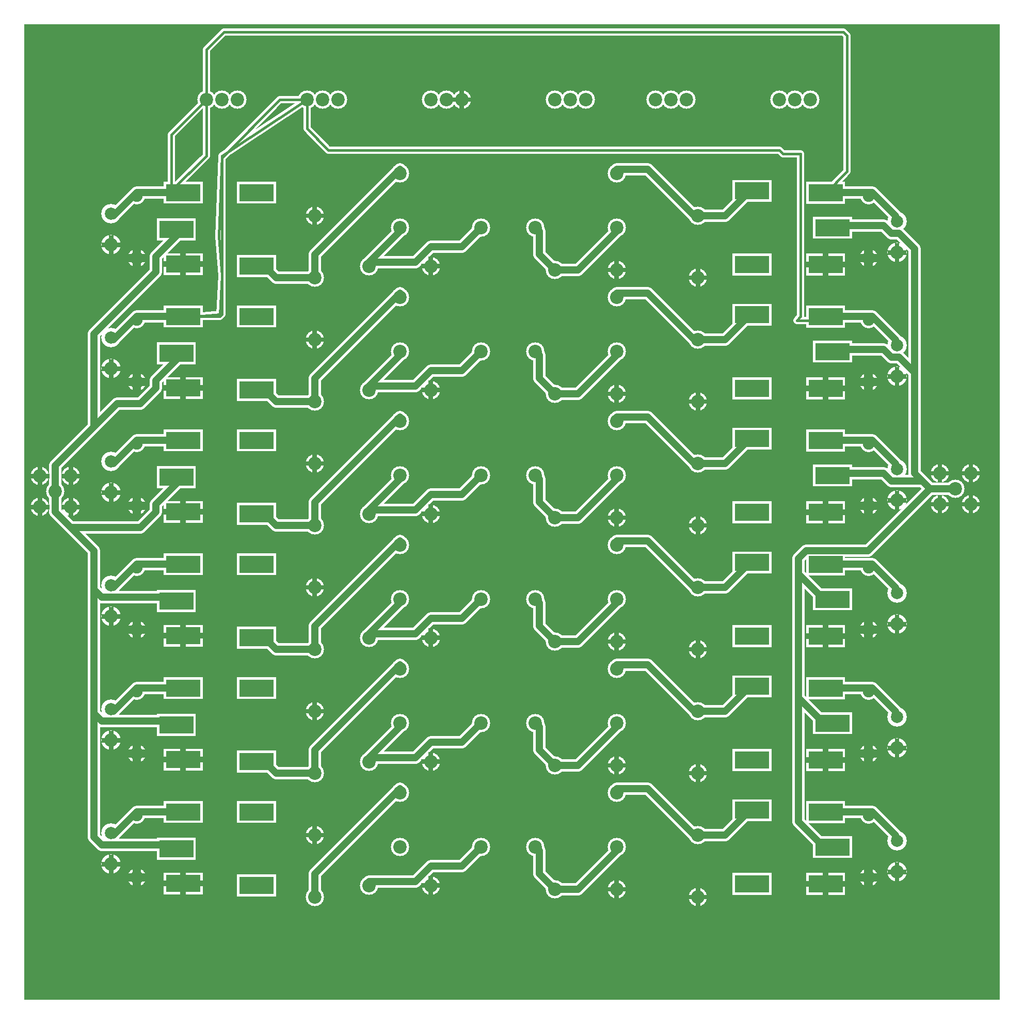
<source format=gbr>
%FSLAX34Y34*%
%MOMM*%
%LNCOPPER_BOTTOM*%
G71*
G01*
%ADD10C,3.000*%
%ADD11C,3.000*%
%ADD12C,3.200*%
%ADD13C,2.700*%
%ADD14C,2.800*%
%ADD15C,3.000*%
%ADD16C,2.000*%
%ADD17C,1.200*%
%ADD18C,0.933*%
%ADD19C,0.733*%
%ADD20C,1.380*%
%ADD21C,2.200*%
%ADD22C,0.144*%
%ADD23C,2.200*%
%ADD24C,2.000*%
%ADD25C,1.900*%
%ADD26C,2.200*%
%ADD27C,0.400*%
%LPD*%
G36*
X-254000Y203200D02*
X1346000Y203200D01*
X1346000Y-1396800D01*
X-254000Y-1396800D01*
X-254000Y203200D01*
G37*
%LPC*%
X222250Y-111000D02*
G54D10*
D03*
X222250Y-212600D02*
G54D10*
D03*
X361950Y-130050D02*
G54D11*
D03*
X361950Y-41150D02*
G54D11*
D03*
X412750Y-193550D02*
G54D10*
D03*
X311150Y-193550D02*
G54D10*
D03*
X495300Y-130050D02*
G54D11*
D03*
X584200Y-130050D02*
G54D11*
D03*
X717550Y-199900D02*
G54D10*
D03*
X615950Y-199900D02*
G54D10*
D03*
X717550Y-130050D02*
G54D11*
D03*
X717550Y-41150D02*
G54D11*
D03*
X850900Y-111000D02*
G54D10*
D03*
X850900Y-212600D02*
G54D10*
D03*
G36*
X159000Y-211550D02*
X95000Y-211550D01*
X95000Y-175550D01*
X159000Y-175550D01*
X159000Y-211550D01*
G37*
G36*
X38350Y-208376D02*
X-25650Y-208376D01*
X-25650Y-172376D01*
X38350Y-172376D01*
X38350Y-208376D01*
G37*
G36*
X159000Y-90900D02*
X95000Y-90900D01*
X95000Y-54900D01*
X159000Y-54900D01*
X159000Y-90900D01*
G37*
G36*
X38350Y-90900D02*
X-25650Y-90900D01*
X-25650Y-54900D01*
X38350Y-54900D01*
X38350Y-90900D01*
G37*
G36*
X27238Y-151225D02*
X-36762Y-151225D01*
X-36762Y-115225D01*
X27238Y-115225D01*
X27238Y-151225D01*
G37*
G36*
X907660Y-52249D02*
X971660Y-52249D01*
X971660Y-88249D01*
X907660Y-88249D01*
X907660Y-52249D01*
G37*
G36*
X1028310Y-55423D02*
X1092310Y-55423D01*
X1092310Y-91423D01*
X1028310Y-91423D01*
X1028310Y-55423D01*
G37*
G36*
X907660Y-172899D02*
X971660Y-172899D01*
X971660Y-208899D01*
X907660Y-208899D01*
X907660Y-172899D01*
G37*
G36*
X1028310Y-172899D02*
X1092310Y-172899D01*
X1092310Y-208899D01*
X1028310Y-208899D01*
X1028310Y-172899D01*
G37*
G36*
X1039422Y-112574D02*
X1103422Y-112574D01*
X1103422Y-148574D01*
X1039422Y-148574D01*
X1039422Y-112574D01*
G37*
X222250Y-111000D02*
G54D11*
D03*
X412750Y-193550D02*
G54D11*
D03*
X717550Y-199900D02*
G54D11*
D03*
X850900Y-212600D02*
G54D11*
D03*
G36*
X-25650Y-172376D02*
X38350Y-172376D01*
X38350Y-208376D01*
X-25650Y-208376D01*
X-25650Y-172376D01*
G37*
X-111642Y-158538D02*
G54D12*
D03*
X-111754Y-107558D02*
G54D12*
D03*
X-69527Y-180570D02*
G54D13*
D03*
X-69527Y-78970D02*
G54D13*
D03*
X-69527Y-180570D02*
G54D14*
D03*
X1177408Y-171238D02*
G54D12*
D03*
X1177296Y-120258D02*
G54D12*
D03*
X1130623Y-180570D02*
G54D13*
D03*
X1130623Y-78970D02*
G54D13*
D03*
X1130623Y-180570D02*
G54D14*
D03*
X-69527Y-180570D02*
G54D11*
D03*
X-111642Y-158538D02*
G54D11*
D03*
X1130623Y-180570D02*
G54D11*
D03*
X1177408Y-171238D02*
G54D11*
D03*
X222250Y-314200D02*
G54D10*
D03*
X222250Y-415800D02*
G54D10*
D03*
X361950Y-333250D02*
G54D11*
D03*
X361950Y-244350D02*
G54D11*
D03*
X412750Y-396750D02*
G54D10*
D03*
X311150Y-396750D02*
G54D10*
D03*
X495300Y-333250D02*
G54D11*
D03*
X584200Y-333250D02*
G54D11*
D03*
X717550Y-403100D02*
G54D10*
D03*
X615950Y-403100D02*
G54D10*
D03*
X717550Y-333250D02*
G54D11*
D03*
X717550Y-244350D02*
G54D11*
D03*
X850900Y-314200D02*
G54D10*
D03*
X850900Y-415800D02*
G54D10*
D03*
G36*
X159000Y-414750D02*
X95000Y-414750D01*
X95000Y-378750D01*
X159000Y-378750D01*
X159000Y-414750D01*
G37*
G36*
X38350Y-411576D02*
X-25650Y-411576D01*
X-25650Y-375576D01*
X38350Y-375576D01*
X38350Y-411576D01*
G37*
G36*
X159000Y-294100D02*
X95000Y-294100D01*
X95000Y-258100D01*
X159000Y-258100D01*
X159000Y-294100D01*
G37*
G36*
X38350Y-294100D02*
X-25650Y-294100D01*
X-25650Y-258100D01*
X38350Y-258100D01*
X38350Y-294100D01*
G37*
G36*
X27238Y-354425D02*
X-36762Y-354425D01*
X-36762Y-318425D01*
X27238Y-318425D01*
X27238Y-354425D01*
G37*
G36*
X907660Y-255449D02*
X971660Y-255449D01*
X971660Y-291449D01*
X907660Y-291449D01*
X907660Y-255449D01*
G37*
G36*
X1028310Y-258623D02*
X1092310Y-258623D01*
X1092310Y-294623D01*
X1028310Y-294623D01*
X1028310Y-258623D01*
G37*
G36*
X907660Y-376099D02*
X971660Y-376099D01*
X971660Y-412099D01*
X907660Y-412099D01*
X907660Y-376099D01*
G37*
G36*
X1028310Y-376099D02*
X1092310Y-376099D01*
X1092310Y-412099D01*
X1028310Y-412099D01*
X1028310Y-376099D01*
G37*
G36*
X1039422Y-315774D02*
X1103422Y-315774D01*
X1103422Y-351774D01*
X1039422Y-351774D01*
X1039422Y-315774D01*
G37*
X222250Y-314200D02*
G54D11*
D03*
X412750Y-396750D02*
G54D11*
D03*
X717550Y-403100D02*
G54D11*
D03*
X850900Y-415800D02*
G54D11*
D03*
G36*
X-25650Y-375576D02*
X38350Y-375576D01*
X38350Y-411576D01*
X-25650Y-411576D01*
X-25650Y-375576D01*
G37*
X-111642Y-361738D02*
G54D12*
D03*
X-111754Y-310758D02*
G54D12*
D03*
X-69527Y-383770D02*
G54D13*
D03*
X-69527Y-282170D02*
G54D13*
D03*
X-69527Y-383770D02*
G54D14*
D03*
X1177408Y-374438D02*
G54D12*
D03*
X1177296Y-323458D02*
G54D12*
D03*
X1130623Y-383770D02*
G54D13*
D03*
X1130623Y-282170D02*
G54D13*
D03*
X1130623Y-383770D02*
G54D14*
D03*
X-69527Y-383770D02*
G54D11*
D03*
X-111642Y-361738D02*
G54D11*
D03*
X1130623Y-383770D02*
G54D11*
D03*
X1177408Y-374438D02*
G54D11*
D03*
X222250Y-517400D02*
G54D10*
D03*
X222250Y-619000D02*
G54D10*
D03*
X361950Y-536450D02*
G54D11*
D03*
X361950Y-447550D02*
G54D11*
D03*
X412750Y-599950D02*
G54D10*
D03*
X311150Y-599950D02*
G54D10*
D03*
X495300Y-536450D02*
G54D11*
D03*
X584200Y-536450D02*
G54D11*
D03*
X717550Y-606300D02*
G54D10*
D03*
X615950Y-606300D02*
G54D10*
D03*
X717550Y-536450D02*
G54D11*
D03*
X717550Y-447550D02*
G54D11*
D03*
X850900Y-517400D02*
G54D10*
D03*
X850900Y-619000D02*
G54D10*
D03*
G36*
X159000Y-617950D02*
X95000Y-617950D01*
X95000Y-581950D01*
X159000Y-581950D01*
X159000Y-617950D01*
G37*
G36*
X38350Y-614776D02*
X-25650Y-614776D01*
X-25650Y-578776D01*
X38350Y-578776D01*
X38350Y-614776D01*
G37*
G36*
X159000Y-497300D02*
X95000Y-497300D01*
X95000Y-461300D01*
X159000Y-461300D01*
X159000Y-497300D01*
G37*
G36*
X38350Y-497300D02*
X-25650Y-497300D01*
X-25650Y-461300D01*
X38350Y-461300D01*
X38350Y-497300D01*
G37*
G36*
X27238Y-557625D02*
X-36762Y-557625D01*
X-36762Y-521625D01*
X27238Y-521625D01*
X27238Y-557625D01*
G37*
G36*
X907660Y-458649D02*
X971660Y-458649D01*
X971660Y-494649D01*
X907660Y-494649D01*
X907660Y-458649D01*
G37*
G36*
X1028310Y-461823D02*
X1092310Y-461823D01*
X1092310Y-497823D01*
X1028310Y-497823D01*
X1028310Y-461823D01*
G37*
G36*
X907660Y-579299D02*
X971660Y-579299D01*
X971660Y-615299D01*
X907660Y-615299D01*
X907660Y-579299D01*
G37*
G36*
X1028310Y-579299D02*
X1092310Y-579299D01*
X1092310Y-615299D01*
X1028310Y-615299D01*
X1028310Y-579299D01*
G37*
G36*
X1039422Y-518974D02*
X1103422Y-518974D01*
X1103422Y-554974D01*
X1039422Y-554974D01*
X1039422Y-518974D01*
G37*
X222250Y-517400D02*
G54D11*
D03*
X412750Y-599950D02*
G54D11*
D03*
X717550Y-606300D02*
G54D11*
D03*
X850900Y-619000D02*
G54D11*
D03*
G36*
X-25650Y-578776D02*
X38350Y-578776D01*
X38350Y-614776D01*
X-25650Y-614776D01*
X-25650Y-578776D01*
G37*
X-111642Y-564938D02*
G54D12*
D03*
X-111754Y-513958D02*
G54D12*
D03*
X-69527Y-586970D02*
G54D13*
D03*
X-69527Y-485370D02*
G54D13*
D03*
X-69527Y-586970D02*
G54D14*
D03*
X1177408Y-577638D02*
G54D12*
D03*
X1177296Y-526658D02*
G54D12*
D03*
X1130623Y-586970D02*
G54D13*
D03*
X1130623Y-485370D02*
G54D13*
D03*
X1130623Y-586970D02*
G54D14*
D03*
X-69527Y-586970D02*
G54D11*
D03*
X-111642Y-564938D02*
G54D11*
D03*
X1130623Y-586970D02*
G54D11*
D03*
X1177408Y-577638D02*
G54D11*
D03*
X222250Y-720600D02*
G54D10*
D03*
X222250Y-822200D02*
G54D10*
D03*
X361950Y-739650D02*
G54D11*
D03*
X361950Y-650750D02*
G54D11*
D03*
X412750Y-803150D02*
G54D10*
D03*
X311150Y-803150D02*
G54D10*
D03*
X495300Y-739650D02*
G54D11*
D03*
X584200Y-739650D02*
G54D11*
D03*
X717550Y-809500D02*
G54D10*
D03*
X615950Y-809500D02*
G54D10*
D03*
X717550Y-739650D02*
G54D11*
D03*
X717550Y-650750D02*
G54D11*
D03*
X850900Y-720600D02*
G54D10*
D03*
X850900Y-822200D02*
G54D10*
D03*
G36*
X159000Y-821150D02*
X95000Y-821150D01*
X95000Y-785150D01*
X159000Y-785150D01*
X159000Y-821150D01*
G37*
G36*
X38350Y-817976D02*
X-25650Y-817976D01*
X-25650Y-781976D01*
X38350Y-781976D01*
X38350Y-817976D01*
G37*
G36*
X159000Y-700500D02*
X95000Y-700500D01*
X95000Y-664500D01*
X159000Y-664500D01*
X159000Y-700500D01*
G37*
G36*
X38350Y-700500D02*
X-25650Y-700500D01*
X-25650Y-664500D01*
X38350Y-664500D01*
X38350Y-700500D01*
G37*
G36*
X27238Y-760825D02*
X-36762Y-760825D01*
X-36762Y-724825D01*
X27238Y-724825D01*
X27238Y-760825D01*
G37*
G36*
X907660Y-661848D02*
X971660Y-661848D01*
X971660Y-697848D01*
X907660Y-697848D01*
X907660Y-661848D01*
G37*
G36*
X1028310Y-665023D02*
X1092310Y-665023D01*
X1092310Y-701023D01*
X1028310Y-701023D01*
X1028310Y-665023D01*
G37*
G36*
X907660Y-782499D02*
X971660Y-782499D01*
X971660Y-818499D01*
X907660Y-818499D01*
X907660Y-782499D01*
G37*
G36*
X1028310Y-782499D02*
X1092310Y-782499D01*
X1092310Y-818499D01*
X1028310Y-818499D01*
X1028310Y-782499D01*
G37*
G36*
X1039422Y-722174D02*
X1103422Y-722174D01*
X1103422Y-758174D01*
X1039422Y-758174D01*
X1039422Y-722174D01*
G37*
X222250Y-720600D02*
G54D11*
D03*
X412750Y-803150D02*
G54D11*
D03*
X717550Y-809500D02*
G54D11*
D03*
X850900Y-822200D02*
G54D11*
D03*
G36*
X-25650Y-781976D02*
X38350Y-781976D01*
X38350Y-817976D01*
X-25650Y-817976D01*
X-25650Y-781976D01*
G37*
X-111642Y-768138D02*
G54D12*
D03*
X-111754Y-717158D02*
G54D12*
D03*
X-69527Y-790170D02*
G54D13*
D03*
X-69527Y-688570D02*
G54D13*
D03*
X-69527Y-790170D02*
G54D14*
D03*
X1177408Y-780838D02*
G54D12*
D03*
X1177296Y-729858D02*
G54D12*
D03*
X1130623Y-790170D02*
G54D13*
D03*
X1130623Y-688570D02*
G54D13*
D03*
X1130623Y-790170D02*
G54D14*
D03*
X-69527Y-790170D02*
G54D11*
D03*
X-111642Y-768138D02*
G54D11*
D03*
X1130623Y-790170D02*
G54D11*
D03*
X1177408Y-780838D02*
G54D11*
D03*
X222250Y-923800D02*
G54D10*
D03*
X222250Y-1025400D02*
G54D10*
D03*
X361950Y-942850D02*
G54D11*
D03*
X361950Y-853950D02*
G54D11*
D03*
X412750Y-1006350D02*
G54D10*
D03*
X311150Y-1006350D02*
G54D10*
D03*
X495300Y-942850D02*
G54D11*
D03*
X584200Y-942850D02*
G54D11*
D03*
X717550Y-1012700D02*
G54D10*
D03*
X615950Y-1012700D02*
G54D10*
D03*
X717550Y-942850D02*
G54D11*
D03*
X717550Y-853950D02*
G54D11*
D03*
X850900Y-923800D02*
G54D10*
D03*
X850900Y-1025400D02*
G54D10*
D03*
G36*
X159000Y-1024350D02*
X95000Y-1024350D01*
X95000Y-988350D01*
X159000Y-988350D01*
X159000Y-1024350D01*
G37*
G36*
X38350Y-1021176D02*
X-25650Y-1021176D01*
X-25650Y-985176D01*
X38350Y-985176D01*
X38350Y-1021176D01*
G37*
G36*
X159000Y-903700D02*
X95000Y-903700D01*
X95000Y-867700D01*
X159000Y-867700D01*
X159000Y-903700D01*
G37*
G36*
X38350Y-903700D02*
X-25650Y-903700D01*
X-25650Y-867700D01*
X38350Y-867700D01*
X38350Y-903700D01*
G37*
G36*
X27238Y-964025D02*
X-36762Y-964025D01*
X-36762Y-928025D01*
X27238Y-928025D01*
X27238Y-964025D01*
G37*
G36*
X907660Y-865048D02*
X971660Y-865048D01*
X971660Y-901048D01*
X907660Y-901048D01*
X907660Y-865048D01*
G37*
G36*
X1028310Y-868223D02*
X1092310Y-868223D01*
X1092310Y-904223D01*
X1028310Y-904223D01*
X1028310Y-868223D01*
G37*
G36*
X907660Y-985699D02*
X971660Y-985699D01*
X971660Y-1021699D01*
X907660Y-1021699D01*
X907660Y-985699D01*
G37*
G36*
X1028310Y-985699D02*
X1092310Y-985699D01*
X1092310Y-1021699D01*
X1028310Y-1021699D01*
X1028310Y-985699D01*
G37*
G36*
X1039422Y-925374D02*
X1103422Y-925374D01*
X1103422Y-961374D01*
X1039422Y-961374D01*
X1039422Y-925374D01*
G37*
X222250Y-923800D02*
G54D11*
D03*
X412750Y-1006350D02*
G54D11*
D03*
X717550Y-1012700D02*
G54D11*
D03*
X850900Y-1025400D02*
G54D11*
D03*
G36*
X-25650Y-985176D02*
X38350Y-985176D01*
X38350Y-1021176D01*
X-25650Y-1021176D01*
X-25650Y-985176D01*
G37*
X-111642Y-971338D02*
G54D12*
D03*
X-111754Y-920358D02*
G54D12*
D03*
X-69527Y-993370D02*
G54D13*
D03*
X-69527Y-891770D02*
G54D13*
D03*
X-69527Y-993370D02*
G54D14*
D03*
X1177408Y-984038D02*
G54D12*
D03*
X1177296Y-933058D02*
G54D12*
D03*
X1130623Y-993370D02*
G54D13*
D03*
X1130623Y-891770D02*
G54D13*
D03*
X1130623Y-993370D02*
G54D14*
D03*
X-69527Y-993370D02*
G54D11*
D03*
X-111642Y-971338D02*
G54D11*
D03*
X1130623Y-993370D02*
G54D11*
D03*
X1177408Y-984038D02*
G54D11*
D03*
X222250Y-1127000D02*
G54D10*
D03*
X222250Y-1228600D02*
G54D10*
D03*
X361950Y-1146050D02*
G54D11*
D03*
X361950Y-1057150D02*
G54D11*
D03*
X412750Y-1209550D02*
G54D10*
D03*
X311150Y-1209550D02*
G54D10*
D03*
X495300Y-1146050D02*
G54D11*
D03*
X584200Y-1146050D02*
G54D11*
D03*
X717550Y-1215900D02*
G54D10*
D03*
X615950Y-1215900D02*
G54D10*
D03*
X717550Y-1146050D02*
G54D11*
D03*
X717550Y-1057150D02*
G54D11*
D03*
X850900Y-1127000D02*
G54D10*
D03*
X850900Y-1228600D02*
G54D10*
D03*
G36*
X159000Y-1227550D02*
X95000Y-1227550D01*
X95000Y-1191550D01*
X159000Y-1191550D01*
X159000Y-1227550D01*
G37*
G36*
X38350Y-1224376D02*
X-25650Y-1224376D01*
X-25650Y-1188376D01*
X38350Y-1188376D01*
X38350Y-1224376D01*
G37*
G36*
X159000Y-1106900D02*
X95000Y-1106900D01*
X95000Y-1070900D01*
X159000Y-1070900D01*
X159000Y-1106900D01*
G37*
G36*
X38350Y-1106900D02*
X-25650Y-1106900D01*
X-25650Y-1070900D01*
X38350Y-1070900D01*
X38350Y-1106900D01*
G37*
G36*
X27238Y-1167225D02*
X-36762Y-1167225D01*
X-36762Y-1131225D01*
X27238Y-1131225D01*
X27238Y-1167225D01*
G37*
G36*
X907660Y-1068248D02*
X971660Y-1068248D01*
X971660Y-1104248D01*
X907660Y-1104248D01*
X907660Y-1068248D01*
G37*
G36*
X1028310Y-1071423D02*
X1092310Y-1071423D01*
X1092310Y-1107423D01*
X1028310Y-1107423D01*
X1028310Y-1071423D01*
G37*
G36*
X907660Y-1188899D02*
X971660Y-1188899D01*
X971660Y-1224899D01*
X907660Y-1224899D01*
X907660Y-1188899D01*
G37*
G36*
X1028310Y-1188899D02*
X1092310Y-1188899D01*
X1092310Y-1224899D01*
X1028310Y-1224899D01*
X1028310Y-1188899D01*
G37*
G36*
X1039422Y-1128574D02*
X1103422Y-1128574D01*
X1103422Y-1164574D01*
X1039422Y-1164574D01*
X1039422Y-1128574D01*
G37*
X222250Y-1127000D02*
G54D11*
D03*
X412750Y-1209550D02*
G54D11*
D03*
X717550Y-1215900D02*
G54D11*
D03*
X850900Y-1228600D02*
G54D11*
D03*
G36*
X-25650Y-1188376D02*
X38350Y-1188376D01*
X38350Y-1224376D01*
X-25650Y-1224376D01*
X-25650Y-1188376D01*
G37*
X-111642Y-1174538D02*
G54D12*
D03*
X-111754Y-1123558D02*
G54D12*
D03*
X-69527Y-1196570D02*
G54D13*
D03*
X-69527Y-1094970D02*
G54D13*
D03*
X-69527Y-1196570D02*
G54D14*
D03*
X1177408Y-1187238D02*
G54D12*
D03*
X1177296Y-1136258D02*
G54D12*
D03*
X1130623Y-1196570D02*
G54D13*
D03*
X1130623Y-1094970D02*
G54D13*
D03*
X1130623Y-1196570D02*
G54D14*
D03*
X-69527Y-1196570D02*
G54D11*
D03*
X-111642Y-1174538D02*
G54D11*
D03*
X1130623Y-1196570D02*
G54D11*
D03*
X1177408Y-1187238D02*
G54D11*
D03*
X44450Y79500D02*
G54D15*
D03*
X69850Y79500D02*
G54D15*
D03*
X615950Y79500D02*
G54D15*
D03*
X641350Y79500D02*
G54D15*
D03*
X781050Y79500D02*
G54D15*
D03*
X806450Y79500D02*
G54D15*
D03*
X984250Y79500D02*
G54D15*
D03*
X1009650Y79500D02*
G54D15*
D03*
X209550Y79500D02*
G54D15*
D03*
X234950Y79500D02*
G54D15*
D03*
X412750Y79500D02*
G54D15*
D03*
X438150Y79500D02*
G54D15*
D03*
X641350Y79500D02*
G54D11*
D03*
X806450Y79500D02*
G54D11*
D03*
X1009650Y79500D02*
G54D11*
D03*
G54D16*
X-69527Y-78970D02*
X-69850Y-72900D01*
X6350Y-72900D01*
G54D16*
X127000Y-193550D02*
X133350Y-187200D01*
X158750Y-212600D01*
X222250Y-212600D01*
G54D16*
X361950Y-41150D02*
X361950Y-34800D01*
X222250Y-174500D01*
X222250Y-212600D01*
G54D16*
X311150Y-193550D02*
X311150Y-187200D01*
X361950Y-136400D01*
X361950Y-130050D01*
G54D16*
X495300Y-130050D02*
X488950Y-136400D01*
X463550Y-161800D01*
X412750Y-161800D01*
X387350Y-187200D01*
X311150Y-187200D01*
X311150Y-193550D01*
G54D16*
X615950Y-199900D02*
X590550Y-174500D01*
X590550Y-136400D01*
X584200Y-130050D01*
G54D16*
X717550Y-130050D02*
X717550Y-136400D01*
X654050Y-199900D01*
X615950Y-199900D01*
G54D16*
X850900Y-111000D02*
X844550Y-111000D01*
X768350Y-34800D01*
X717550Y-34800D01*
X717550Y-41150D01*
G54D16*
X939660Y-70249D02*
X933450Y-72900D01*
X895350Y-111000D01*
X844550Y-111000D01*
X850900Y-111000D01*
G54D16*
X1130623Y-78970D02*
X1136650Y-72900D01*
X1060450Y-72900D01*
X1060310Y-73423D01*
G54D16*
X1130623Y-78970D02*
X1136650Y-72900D01*
X1174750Y-111000D01*
X1174750Y-123700D01*
X1177296Y-120258D01*
G54D16*
X1130623Y-282170D02*
X1136650Y-276100D01*
X1060450Y-276100D01*
X1060310Y-276623D01*
G54D16*
X1130623Y-282170D02*
X1136650Y-276100D01*
X1174750Y-314200D01*
X1174750Y-326900D01*
X1177296Y-323458D01*
G54D16*
X1130623Y-485370D02*
X1136650Y-479300D01*
X1060450Y-479300D01*
X1060310Y-479823D01*
G54D16*
X1130623Y-485370D02*
X1136650Y-479300D01*
X1174750Y-517400D01*
X1174750Y-530100D01*
X1177296Y-526658D01*
G54D16*
X1130623Y-688570D02*
X1136650Y-682500D01*
X1060450Y-682500D01*
X1060310Y-683023D01*
G54D16*
X1130623Y-688570D02*
X1136650Y-682500D01*
X1174750Y-720600D01*
X1174750Y-733300D01*
X1177296Y-729858D01*
G54D16*
X1130623Y-891770D02*
X1136650Y-885700D01*
X1060450Y-885700D01*
X1060310Y-886223D01*
G54D16*
X1130623Y-891770D02*
X1136650Y-885700D01*
X1174750Y-923800D01*
X1174750Y-936500D01*
X1177296Y-933058D01*
G54D16*
X-69527Y-78970D02*
X-69850Y-72900D01*
X-107950Y-111000D01*
X-111754Y-107558D01*
G54D16*
X-69527Y-282170D02*
X-69850Y-276100D01*
X-107950Y-314200D01*
X-111754Y-310758D01*
G54D16*
X-69527Y-282170D02*
X-69850Y-276100D01*
X6350Y-276100D01*
G54D16*
X361950Y-244350D02*
X361950Y-238000D01*
X222250Y-377700D01*
X222250Y-415800D01*
G54D16*
X127000Y-396750D02*
X133350Y-390400D01*
X158750Y-415800D01*
X222250Y-415800D01*
G54D16*
X311150Y-396750D02*
X311150Y-390400D01*
X361950Y-339600D01*
X361950Y-333250D01*
G54D16*
X495300Y-333250D02*
X488950Y-339600D01*
X463550Y-365000D01*
X412750Y-365000D01*
X387350Y-390400D01*
X311150Y-390400D01*
X311150Y-396750D01*
G54D16*
X615950Y-403100D02*
X590550Y-377700D01*
X590550Y-339600D01*
X584200Y-333250D01*
G54D16*
X717550Y-333250D02*
X717550Y-339600D01*
X654050Y-403100D01*
X615950Y-403100D01*
G54D16*
X850900Y-314200D02*
X844550Y-314200D01*
X768350Y-238000D01*
X717550Y-238000D01*
X717550Y-244350D01*
G54D16*
X850900Y-517400D02*
X844550Y-517400D01*
X768350Y-441200D01*
X717550Y-441200D01*
X717550Y-447550D01*
G54D16*
X-69527Y-485370D02*
X-69850Y-479300D01*
X6350Y-479300D01*
G54D16*
X-69527Y-485370D02*
X-69850Y-479300D01*
X-107950Y-517400D01*
X-111754Y-513958D01*
G54D16*
X127000Y-599950D02*
X133350Y-593600D01*
X158750Y-619000D01*
X222250Y-619000D01*
G54D16*
X361950Y-447550D02*
X361950Y-441200D01*
X222250Y-580900D01*
X222250Y-619000D01*
G54D16*
X311150Y-599950D02*
X311150Y-593600D01*
X361950Y-542800D01*
X361950Y-536450D01*
G54D16*
X495300Y-536450D02*
X488950Y-542800D01*
X463550Y-568200D01*
X412750Y-568200D01*
X387350Y-593600D01*
X311150Y-593600D01*
X311150Y-599950D01*
G54D16*
X615950Y-606300D02*
X590550Y-580900D01*
X590550Y-542800D01*
X584200Y-536450D01*
G54D16*
X717550Y-536450D02*
X717550Y-542800D01*
X654050Y-606300D01*
X615950Y-606300D01*
G54D16*
X939660Y-476649D02*
X933450Y-479300D01*
X895350Y-517400D01*
X844550Y-517400D01*
X850900Y-517400D01*
G54D16*
X939660Y-679849D02*
X933450Y-682500D01*
X895350Y-720600D01*
X844550Y-720600D01*
X850900Y-720600D01*
G54D16*
X850900Y-720600D02*
X844550Y-720600D01*
X768350Y-644400D01*
X717550Y-644400D01*
X717550Y-650750D01*
G54D16*
X717550Y-739650D02*
X717550Y-746000D01*
X654050Y-809500D01*
X615950Y-809500D01*
G54D16*
X615950Y-809500D02*
X590550Y-784100D01*
X590550Y-746000D01*
X584200Y-739650D01*
G54D16*
X495300Y-739650D02*
X488950Y-746000D01*
X463550Y-771400D01*
X412750Y-771400D01*
X387350Y-796800D01*
X311150Y-796800D01*
X311150Y-803150D01*
G54D16*
X311150Y-803150D02*
X311150Y-796800D01*
X361950Y-746000D01*
X361950Y-739650D01*
G54D16*
X361950Y-650750D02*
X361950Y-644400D01*
X222250Y-784100D01*
X222250Y-822200D01*
G54D16*
X-69527Y-688570D02*
X-69850Y-682500D01*
X6350Y-682500D01*
G54D16*
X-69527Y-688570D02*
X-69850Y-682500D01*
X-107950Y-720600D01*
X-111754Y-717158D01*
G54D16*
X-69527Y-891770D02*
X-69850Y-885700D01*
X-107950Y-923800D01*
X-111754Y-920358D01*
G54D16*
X-69527Y-891770D02*
X-69850Y-885700D01*
X6350Y-885700D01*
G54D16*
X127000Y-803150D02*
X133350Y-796800D01*
X158750Y-822200D01*
X222250Y-822200D01*
G54D16*
X361950Y-853950D02*
X361950Y-847600D01*
X222250Y-987300D01*
X222250Y-1025400D01*
G54D16*
X127000Y-1006350D02*
X133350Y-1000000D01*
X158750Y-1025400D01*
X222250Y-1025400D01*
G54D16*
X311150Y-1006350D02*
X311150Y-1000000D01*
X361950Y-949200D01*
X361950Y-942850D01*
G54D16*
X495300Y-942850D02*
X488950Y-949200D01*
X463550Y-974600D01*
X412750Y-974600D01*
X387350Y-1000000D01*
X311150Y-1000000D01*
X311150Y-1006350D01*
G54D16*
X615950Y-1012700D02*
X590550Y-987300D01*
X590550Y-949200D01*
X584200Y-942850D01*
G54D16*
X717550Y-942850D02*
X717550Y-949200D01*
X654050Y-1012700D01*
X615950Y-1012700D01*
G54D16*
X850900Y-923800D02*
X844550Y-923800D01*
X768350Y-847600D01*
X717550Y-847600D01*
X717550Y-853950D01*
G54D16*
X939660Y-883049D02*
X933450Y-885700D01*
X895350Y-923800D01*
X844550Y-923800D01*
X850900Y-923800D01*
G54D16*
X939660Y-1086249D02*
X933450Y-1088900D01*
X895350Y-1127000D01*
X844550Y-1127000D01*
X850900Y-1127000D01*
G54D16*
X850900Y-1127000D02*
X844550Y-1127000D01*
X768350Y-1050800D01*
X717550Y-1050800D01*
X717550Y-1057150D01*
G54D16*
X717550Y-1146050D02*
X717550Y-1152400D01*
X654050Y-1215900D01*
X615950Y-1215900D01*
G54D16*
X615950Y-1215900D02*
X590550Y-1190500D01*
X590550Y-1152400D01*
X584200Y-1146050D01*
G54D16*
X495300Y-1146050D02*
X488950Y-1152400D01*
X463550Y-1177800D01*
X412750Y-1177800D01*
X387350Y-1203200D01*
X311150Y-1203200D01*
X311150Y-1209550D01*
G54D16*
X361950Y-1057150D02*
X361950Y-1050800D01*
X222250Y-1190500D01*
X222250Y-1228600D01*
G54D16*
X-69527Y-1094970D02*
X-69850Y-1088900D01*
X6350Y-1088900D01*
G54D16*
X-69527Y-1094970D02*
X-69850Y-1088900D01*
X-107950Y-1127000D01*
X-111754Y-1123558D01*
G54D16*
X1130623Y-1094970D02*
X1136650Y-1088900D01*
X1060450Y-1088900D01*
X1060310Y-1089423D01*
G54D16*
X1130623Y-1094970D02*
X1136650Y-1088900D01*
X1174750Y-1127000D01*
X1174750Y-1139700D01*
X1177296Y-1136258D01*
G54D16*
X939660Y-273449D02*
X933450Y-276100D01*
X895350Y-314200D01*
X844550Y-314200D01*
X850900Y-314200D01*
X69850Y79500D02*
G54D15*
D03*
X95250Y79500D02*
G54D15*
D03*
X234950Y79500D02*
G54D15*
D03*
X260350Y79500D02*
G54D15*
D03*
X438150Y79500D02*
G54D15*
D03*
X463550Y79500D02*
G54D15*
D03*
X666750Y79500D02*
G54D15*
D03*
X831850Y79500D02*
G54D15*
D03*
X984250Y79500D02*
G54D15*
D03*
X1035050Y79500D02*
G54D15*
D03*
G54D17*
X44450Y79500D02*
X44450Y-12700D01*
X-12700Y-69850D01*
X-12700Y22350D01*
X44450Y79500D01*
X44450Y161925D01*
X73025Y190500D01*
X1089025Y190500D01*
X1095375Y184150D01*
X1095375Y-38358D01*
X1060310Y-73423D01*
G54D17*
X209550Y79500D02*
X165225Y79500D01*
X69850Y-15875D01*
X69850Y-273050D01*
X66675Y-276225D01*
X28575Y-276225D01*
X66675Y-273050D01*
X69850Y-209550D01*
X65088Y-144400D01*
X69850Y-12575D01*
X209550Y79500D01*
X209550Y31750D01*
X244475Y-3175D01*
X984250Y-3175D01*
X990600Y-9525D01*
X1019175Y-9525D01*
X1019175Y-276225D01*
X1012825Y-282575D01*
X1054358Y-282575D01*
X1060310Y-276623D01*
X1247750Y-533300D02*
G54D11*
D03*
X1298550Y-533300D02*
G54D11*
D03*
X1273150Y-558700D02*
G54D11*
D03*
X1298550Y-584100D02*
G54D11*
D03*
X1247750Y-584100D02*
G54D11*
D03*
G54D16*
X1273150Y-558700D02*
X1270000Y-558800D01*
X1231900Y-558800D01*
X1206500Y-533400D01*
X1206500Y-165100D01*
X1181100Y-139700D01*
X1168400Y-139700D01*
X1155700Y-127000D01*
X1066800Y-127000D01*
X1071422Y-130574D01*
G54D16*
X1273150Y-558700D02*
X1270000Y-558800D01*
X1231900Y-558800D01*
X1206500Y-533400D01*
X1206500Y-368300D01*
X1181100Y-342900D01*
X1168400Y-342900D01*
X1155700Y-330200D01*
X1066800Y-330200D01*
X1071422Y-333774D01*
G54D16*
X1273150Y-558700D02*
X1270000Y-558800D01*
X1231900Y-558800D01*
X1219200Y-546100D01*
X1168400Y-546100D01*
X1155700Y-533400D01*
X1066800Y-533400D01*
X1071422Y-536974D01*
G54D16*
X1273150Y-558700D02*
X1270000Y-558800D01*
X1231900Y-558800D01*
X1130300Y-660400D01*
X1028700Y-660400D01*
X1016000Y-673100D01*
X1016000Y-698500D01*
X1054100Y-736600D01*
X1066800Y-736600D01*
X1071422Y-740174D01*
G54D16*
X1273150Y-558700D02*
X1270000Y-558800D01*
X1231900Y-558800D01*
X1130300Y-660400D01*
X1028700Y-660400D01*
X1016000Y-673100D01*
X1016000Y-901700D01*
X1054100Y-939800D01*
X1066800Y-939800D01*
X1071422Y-943374D01*
G54D16*
X1273150Y-558700D02*
X1270000Y-558800D01*
X1231900Y-558800D01*
X1130300Y-660400D01*
X1028700Y-660400D01*
X1016000Y-673100D01*
X1016000Y-1104900D01*
X1054100Y-1143000D01*
X1066800Y-1143000D01*
X1071422Y-1146574D01*
X-228625Y-538062D02*
G54D11*
D03*
X-177825Y-538062D02*
G54D11*
D03*
X-203225Y-563462D02*
G54D11*
D03*
X-177825Y-588862D02*
G54D11*
D03*
X-228625Y-588862D02*
G54D11*
D03*
G54D16*
X-203225Y-563462D02*
X-203200Y-558800D01*
X-203200Y-520700D01*
X-139700Y-457200D01*
X-139700Y-304800D01*
X-38100Y-203200D01*
X-38100Y-177800D01*
X0Y-139700D01*
X0Y-127000D01*
X-4762Y-133225D01*
G54D16*
X-203225Y-563462D02*
X-203200Y-558800D01*
X-203200Y-520700D01*
X-101600Y-419100D01*
X-63500Y-419100D01*
X-38100Y-393700D01*
X-38100Y-381000D01*
X0Y-342900D01*
X0Y-330200D01*
X-4762Y-336425D01*
G54D16*
X-203225Y-563462D02*
X-203200Y-558800D01*
X-203200Y-596900D01*
X-177800Y-622300D01*
X-63500Y-622300D01*
X-38100Y-596900D01*
X-38100Y-584200D01*
X0Y-546100D01*
X0Y-533400D01*
X-4762Y-539625D01*
G54D16*
X-203225Y-563462D02*
X-203200Y-558800D01*
X-203200Y-596900D01*
X-139700Y-660400D01*
X-139700Y-723900D01*
X-127000Y-736600D01*
X0Y-736600D01*
X-4762Y-742825D01*
G54D16*
X-203225Y-563462D02*
X-203200Y-558800D01*
X-203200Y-596900D01*
X-139700Y-660400D01*
X-139700Y-927100D01*
X-127000Y-939800D01*
X0Y-939800D01*
X-4762Y-946025D01*
G54D16*
X-203225Y-563462D02*
X-203200Y-558800D01*
X-203200Y-596900D01*
X-139700Y-660400D01*
X-139700Y-1130300D01*
X-127000Y-1143000D01*
X0Y-1143000D01*
X-4762Y-1149225D01*
%LPD*%
G54D18*
G36*
X1055643Y-190899D02*
X1055643Y-172399D01*
X1064977Y-172399D01*
X1064977Y-190899D01*
X1055643Y-190899D01*
G37*
G36*
X1060310Y-186232D02*
X1092810Y-186232D01*
X1092810Y-195566D01*
X1060310Y-195566D01*
X1060310Y-186232D01*
G37*
G36*
X1064977Y-190899D02*
X1064977Y-209399D01*
X1055643Y-209399D01*
X1055643Y-190899D01*
X1064977Y-190899D01*
G37*
G36*
X1060310Y-195566D02*
X1027810Y-195566D01*
X1027810Y-186232D01*
X1060310Y-186232D01*
X1060310Y-195566D01*
G37*
G54D19*
G36*
X218583Y-111000D02*
X218583Y-95500D01*
X225917Y-95500D01*
X225917Y-111000D01*
X218583Y-111000D01*
G37*
G36*
X222250Y-107333D02*
X237750Y-107333D01*
X237750Y-114667D01*
X222250Y-114667D01*
X222250Y-107333D01*
G37*
G36*
X225917Y-111000D02*
X225917Y-126500D01*
X218583Y-126500D01*
X218583Y-111000D01*
X225917Y-111000D01*
G37*
G36*
X222250Y-114667D02*
X206750Y-114667D01*
X206750Y-107333D01*
X222250Y-107333D01*
X222250Y-114667D01*
G37*
G54D19*
G36*
X409083Y-193550D02*
X409083Y-178050D01*
X416417Y-178050D01*
X416417Y-193550D01*
X409083Y-193550D01*
G37*
G36*
X412750Y-189883D02*
X428250Y-189883D01*
X428250Y-197217D01*
X412750Y-197217D01*
X412750Y-189883D01*
G37*
G36*
X416417Y-193550D02*
X416417Y-209050D01*
X409083Y-209050D01*
X409083Y-193550D01*
X416417Y-193550D01*
G37*
G36*
X412750Y-197217D02*
X397250Y-197217D01*
X397250Y-189883D01*
X412750Y-189883D01*
X412750Y-197217D01*
G37*
G54D19*
G36*
X713883Y-199900D02*
X713883Y-184400D01*
X721217Y-184400D01*
X721217Y-199900D01*
X713883Y-199900D01*
G37*
G36*
X717550Y-196233D02*
X733050Y-196233D01*
X733050Y-203567D01*
X717550Y-203567D01*
X717550Y-196233D01*
G37*
G36*
X721217Y-199900D02*
X721217Y-215400D01*
X713883Y-215400D01*
X713883Y-199900D01*
X721217Y-199900D01*
G37*
G36*
X717550Y-203567D02*
X702050Y-203567D01*
X702050Y-196233D01*
X717550Y-196233D01*
X717550Y-203567D01*
G37*
G54D19*
G36*
X847233Y-212600D02*
X847233Y-197100D01*
X854567Y-197100D01*
X854567Y-212600D01*
X847233Y-212600D01*
G37*
G36*
X850900Y-208933D02*
X866400Y-208933D01*
X866400Y-216267D01*
X850900Y-216267D01*
X850900Y-208933D01*
G37*
G36*
X854567Y-212600D02*
X854567Y-228100D01*
X847233Y-228100D01*
X847233Y-212600D01*
X854567Y-212600D01*
G37*
G36*
X850900Y-216267D02*
X835400Y-216267D01*
X835400Y-208933D01*
X850900Y-208933D01*
X850900Y-216267D01*
G37*
G54D18*
G36*
X1683Y-190376D02*
X1683Y-171876D01*
X11017Y-171876D01*
X11017Y-190376D01*
X1683Y-190376D01*
G37*
G36*
X6350Y-185709D02*
X38850Y-185709D01*
X38850Y-195043D01*
X6350Y-195043D01*
X6350Y-185709D01*
G37*
G36*
X11017Y-190376D02*
X11017Y-208876D01*
X1683Y-208876D01*
X1683Y-190376D01*
X11017Y-190376D01*
G37*
G36*
X6350Y-195043D02*
X-26150Y-195043D01*
X-26150Y-185709D01*
X6350Y-185709D01*
X6350Y-195043D01*
G37*
G54D20*
G36*
X-69527Y-173670D02*
X-55027Y-173670D01*
X-55027Y-187470D01*
X-69527Y-187470D01*
X-69527Y-173670D01*
G37*
G36*
X-62627Y-180570D02*
X-62627Y-195070D01*
X-76427Y-195070D01*
X-76427Y-180570D01*
X-62627Y-180570D01*
G37*
G36*
X-69527Y-187470D02*
X-84027Y-187470D01*
X-84027Y-173670D01*
X-69527Y-173670D01*
X-69527Y-187470D01*
G37*
G36*
X-76427Y-180570D02*
X-76427Y-166070D01*
X-62627Y-166070D01*
X-62627Y-180570D01*
X-76427Y-180570D01*
G37*
G54D20*
G36*
X1130623Y-173670D02*
X1145123Y-173670D01*
X1145123Y-187470D01*
X1130623Y-187470D01*
X1130623Y-173670D01*
G37*
G36*
X1137523Y-180570D02*
X1137523Y-195070D01*
X1123723Y-195070D01*
X1123723Y-180570D01*
X1137523Y-180570D01*
G37*
G36*
X1130623Y-187470D02*
X1116123Y-187470D01*
X1116123Y-173670D01*
X1130623Y-173670D01*
X1130623Y-187470D01*
G37*
G36*
X1123723Y-180570D02*
X1123723Y-166070D01*
X1137523Y-166070D01*
X1137523Y-180570D01*
X1123723Y-180570D01*
G37*
G54D19*
G36*
X-73194Y-180570D02*
X-73194Y-165070D01*
X-65860Y-165070D01*
X-65860Y-180570D01*
X-73194Y-180570D01*
G37*
G36*
X-69527Y-176903D02*
X-54027Y-176903D01*
X-54027Y-184236D01*
X-69527Y-184236D01*
X-69527Y-176903D01*
G37*
G36*
X-65860Y-180570D02*
X-65860Y-196070D01*
X-73194Y-196070D01*
X-73194Y-180570D01*
X-65860Y-180570D01*
G37*
G36*
X-69527Y-184236D02*
X-85027Y-184236D01*
X-85027Y-176903D01*
X-69527Y-176903D01*
X-69527Y-184236D01*
G37*
G54D19*
G36*
X-115308Y-158538D02*
X-115308Y-143038D01*
X-107975Y-143038D01*
X-107975Y-158538D01*
X-115308Y-158538D01*
G37*
G36*
X-111642Y-154872D02*
X-96142Y-154872D01*
X-96142Y-162205D01*
X-111642Y-162205D01*
X-111642Y-154872D01*
G37*
G36*
X-107975Y-158538D02*
X-107975Y-174038D01*
X-115308Y-174038D01*
X-115308Y-158538D01*
X-107975Y-158538D01*
G37*
G36*
X-111642Y-162205D02*
X-127142Y-162205D01*
X-127142Y-154872D01*
X-111642Y-154872D01*
X-111642Y-162205D01*
G37*
G54D19*
G36*
X1126956Y-180570D02*
X1126956Y-165070D01*
X1134290Y-165070D01*
X1134290Y-180570D01*
X1126956Y-180570D01*
G37*
G36*
X1130623Y-176903D02*
X1146123Y-176903D01*
X1146123Y-184236D01*
X1130623Y-184236D01*
X1130623Y-176903D01*
G37*
G36*
X1134290Y-180570D02*
X1134290Y-196070D01*
X1126956Y-196070D01*
X1126956Y-180570D01*
X1134290Y-180570D01*
G37*
G36*
X1130623Y-184236D02*
X1115123Y-184236D01*
X1115123Y-176903D01*
X1130623Y-176903D01*
X1130623Y-184236D01*
G37*
G54D19*
G36*
X1173742Y-171238D02*
X1173742Y-155738D01*
X1181075Y-155738D01*
X1181075Y-171238D01*
X1173742Y-171238D01*
G37*
G36*
X1177408Y-167572D02*
X1192908Y-167572D01*
X1192908Y-174905D01*
X1177408Y-174905D01*
X1177408Y-167572D01*
G37*
G36*
X1181075Y-171238D02*
X1181075Y-186738D01*
X1173742Y-186738D01*
X1173742Y-171238D01*
X1181075Y-171238D01*
G37*
G36*
X1177408Y-174905D02*
X1161908Y-174905D01*
X1161908Y-167572D01*
X1177408Y-167572D01*
X1177408Y-174905D01*
G37*
G54D18*
G36*
X1055643Y-394099D02*
X1055643Y-375599D01*
X1064977Y-375599D01*
X1064977Y-394099D01*
X1055643Y-394099D01*
G37*
G36*
X1060310Y-389432D02*
X1092810Y-389432D01*
X1092810Y-398766D01*
X1060310Y-398766D01*
X1060310Y-389432D01*
G37*
G36*
X1064977Y-394099D02*
X1064977Y-412599D01*
X1055643Y-412599D01*
X1055643Y-394099D01*
X1064977Y-394099D01*
G37*
G36*
X1060310Y-398766D02*
X1027810Y-398766D01*
X1027810Y-389432D01*
X1060310Y-389432D01*
X1060310Y-398766D01*
G37*
G54D19*
G36*
X218583Y-314200D02*
X218583Y-298700D01*
X225917Y-298700D01*
X225917Y-314200D01*
X218583Y-314200D01*
G37*
G36*
X222250Y-310533D02*
X237750Y-310533D01*
X237750Y-317867D01*
X222250Y-317867D01*
X222250Y-310533D01*
G37*
G36*
X225917Y-314200D02*
X225917Y-329700D01*
X218583Y-329700D01*
X218583Y-314200D01*
X225917Y-314200D01*
G37*
G36*
X222250Y-317867D02*
X206750Y-317867D01*
X206750Y-310533D01*
X222250Y-310533D01*
X222250Y-317867D01*
G37*
G54D19*
G36*
X409083Y-396750D02*
X409083Y-381250D01*
X416417Y-381250D01*
X416417Y-396750D01*
X409083Y-396750D01*
G37*
G36*
X412750Y-393083D02*
X428250Y-393083D01*
X428250Y-400417D01*
X412750Y-400417D01*
X412750Y-393083D01*
G37*
G36*
X416417Y-396750D02*
X416417Y-412250D01*
X409083Y-412250D01*
X409083Y-396750D01*
X416417Y-396750D01*
G37*
G36*
X412750Y-400417D02*
X397250Y-400417D01*
X397250Y-393083D01*
X412750Y-393083D01*
X412750Y-400417D01*
G37*
G54D19*
G36*
X713883Y-403100D02*
X713883Y-387600D01*
X721217Y-387600D01*
X721217Y-403100D01*
X713883Y-403100D01*
G37*
G36*
X717550Y-399433D02*
X733050Y-399433D01*
X733050Y-406767D01*
X717550Y-406767D01*
X717550Y-399433D01*
G37*
G36*
X721217Y-403100D02*
X721217Y-418600D01*
X713883Y-418600D01*
X713883Y-403100D01*
X721217Y-403100D01*
G37*
G36*
X717550Y-406767D02*
X702050Y-406767D01*
X702050Y-399433D01*
X717550Y-399433D01*
X717550Y-406767D01*
G37*
G54D19*
G36*
X847233Y-415800D02*
X847233Y-400300D01*
X854567Y-400300D01*
X854567Y-415800D01*
X847233Y-415800D01*
G37*
G36*
X850900Y-412133D02*
X866400Y-412133D01*
X866400Y-419467D01*
X850900Y-419467D01*
X850900Y-412133D01*
G37*
G36*
X854567Y-415800D02*
X854567Y-431300D01*
X847233Y-431300D01*
X847233Y-415800D01*
X854567Y-415800D01*
G37*
G36*
X850900Y-419467D02*
X835400Y-419467D01*
X835400Y-412133D01*
X850900Y-412133D01*
X850900Y-419467D01*
G37*
G54D18*
G36*
X1683Y-393576D02*
X1683Y-375076D01*
X11017Y-375076D01*
X11017Y-393576D01*
X1683Y-393576D01*
G37*
G36*
X6350Y-388909D02*
X38850Y-388909D01*
X38850Y-398243D01*
X6350Y-398243D01*
X6350Y-388909D01*
G37*
G36*
X11017Y-393576D02*
X11017Y-412076D01*
X1683Y-412076D01*
X1683Y-393576D01*
X11017Y-393576D01*
G37*
G36*
X6350Y-398243D02*
X-26150Y-398243D01*
X-26150Y-388909D01*
X6350Y-388909D01*
X6350Y-398243D01*
G37*
G54D20*
G36*
X-69527Y-376870D02*
X-55027Y-376870D01*
X-55027Y-390670D01*
X-69527Y-390670D01*
X-69527Y-376870D01*
G37*
G36*
X-62627Y-383770D02*
X-62627Y-398270D01*
X-76427Y-398270D01*
X-76427Y-383770D01*
X-62627Y-383770D01*
G37*
G36*
X-69527Y-390670D02*
X-84027Y-390670D01*
X-84027Y-376870D01*
X-69527Y-376870D01*
X-69527Y-390670D01*
G37*
G36*
X-76427Y-383770D02*
X-76427Y-369270D01*
X-62627Y-369270D01*
X-62627Y-383770D01*
X-76427Y-383770D01*
G37*
G54D20*
G36*
X1130623Y-376870D02*
X1145123Y-376870D01*
X1145123Y-390670D01*
X1130623Y-390670D01*
X1130623Y-376870D01*
G37*
G36*
X1137523Y-383770D02*
X1137523Y-398270D01*
X1123723Y-398270D01*
X1123723Y-383770D01*
X1137523Y-383770D01*
G37*
G36*
X1130623Y-390670D02*
X1116123Y-390670D01*
X1116123Y-376870D01*
X1130623Y-376870D01*
X1130623Y-390670D01*
G37*
G36*
X1123723Y-383770D02*
X1123723Y-369270D01*
X1137523Y-369270D01*
X1137523Y-383770D01*
X1123723Y-383770D01*
G37*
G54D19*
G36*
X-73194Y-383770D02*
X-73194Y-368270D01*
X-65860Y-368270D01*
X-65860Y-383770D01*
X-73194Y-383770D01*
G37*
G36*
X-69527Y-380103D02*
X-54027Y-380103D01*
X-54027Y-387436D01*
X-69527Y-387436D01*
X-69527Y-380103D01*
G37*
G36*
X-65860Y-383770D02*
X-65860Y-399270D01*
X-73194Y-399270D01*
X-73194Y-383770D01*
X-65860Y-383770D01*
G37*
G36*
X-69527Y-387436D02*
X-85027Y-387436D01*
X-85027Y-380103D01*
X-69527Y-380103D01*
X-69527Y-387436D01*
G37*
G54D19*
G36*
X-115308Y-361738D02*
X-115308Y-346238D01*
X-107975Y-346238D01*
X-107975Y-361738D01*
X-115308Y-361738D01*
G37*
G36*
X-111642Y-358072D02*
X-96142Y-358072D01*
X-96142Y-365405D01*
X-111642Y-365405D01*
X-111642Y-358072D01*
G37*
G36*
X-107975Y-361738D02*
X-107975Y-377238D01*
X-115308Y-377238D01*
X-115308Y-361738D01*
X-107975Y-361738D01*
G37*
G36*
X-111642Y-365405D02*
X-127142Y-365405D01*
X-127142Y-358072D01*
X-111642Y-358072D01*
X-111642Y-365405D01*
G37*
G54D19*
G36*
X1126956Y-383770D02*
X1126956Y-368270D01*
X1134290Y-368270D01*
X1134290Y-383770D01*
X1126956Y-383770D01*
G37*
G36*
X1130623Y-380103D02*
X1146123Y-380103D01*
X1146123Y-387436D01*
X1130623Y-387436D01*
X1130623Y-380103D01*
G37*
G36*
X1134290Y-383770D02*
X1134290Y-399270D01*
X1126956Y-399270D01*
X1126956Y-383770D01*
X1134290Y-383770D01*
G37*
G36*
X1130623Y-387436D02*
X1115123Y-387436D01*
X1115123Y-380103D01*
X1130623Y-380103D01*
X1130623Y-387436D01*
G37*
G54D19*
G36*
X1173742Y-374438D02*
X1173742Y-358938D01*
X1181075Y-358938D01*
X1181075Y-374438D01*
X1173742Y-374438D01*
G37*
G36*
X1177408Y-370772D02*
X1192908Y-370772D01*
X1192908Y-378105D01*
X1177408Y-378105D01*
X1177408Y-370772D01*
G37*
G36*
X1181075Y-374438D02*
X1181075Y-389938D01*
X1173742Y-389938D01*
X1173742Y-374438D01*
X1181075Y-374438D01*
G37*
G36*
X1177408Y-378105D02*
X1161908Y-378105D01*
X1161908Y-370772D01*
X1177408Y-370772D01*
X1177408Y-378105D01*
G37*
G54D18*
G36*
X1055643Y-597299D02*
X1055643Y-578799D01*
X1064977Y-578799D01*
X1064977Y-597299D01*
X1055643Y-597299D01*
G37*
G36*
X1060310Y-592632D02*
X1092810Y-592632D01*
X1092810Y-601966D01*
X1060310Y-601966D01*
X1060310Y-592632D01*
G37*
G36*
X1064977Y-597299D02*
X1064977Y-615799D01*
X1055643Y-615799D01*
X1055643Y-597299D01*
X1064977Y-597299D01*
G37*
G36*
X1060310Y-601966D02*
X1027810Y-601966D01*
X1027810Y-592632D01*
X1060310Y-592632D01*
X1060310Y-601966D01*
G37*
G54D19*
G36*
X218583Y-517400D02*
X218583Y-501900D01*
X225917Y-501900D01*
X225917Y-517400D01*
X218583Y-517400D01*
G37*
G36*
X222250Y-513733D02*
X237750Y-513733D01*
X237750Y-521067D01*
X222250Y-521067D01*
X222250Y-513733D01*
G37*
G36*
X225917Y-517400D02*
X225917Y-532900D01*
X218583Y-532900D01*
X218583Y-517400D01*
X225917Y-517400D01*
G37*
G36*
X222250Y-521067D02*
X206750Y-521067D01*
X206750Y-513733D01*
X222250Y-513733D01*
X222250Y-521067D01*
G37*
G54D19*
G36*
X409083Y-599950D02*
X409083Y-584450D01*
X416417Y-584450D01*
X416417Y-599950D01*
X409083Y-599950D01*
G37*
G36*
X412750Y-596283D02*
X428250Y-596283D01*
X428250Y-603617D01*
X412750Y-603617D01*
X412750Y-596283D01*
G37*
G36*
X416417Y-599950D02*
X416417Y-615450D01*
X409083Y-615450D01*
X409083Y-599950D01*
X416417Y-599950D01*
G37*
G36*
X412750Y-603617D02*
X397250Y-603617D01*
X397250Y-596283D01*
X412750Y-596283D01*
X412750Y-603617D01*
G37*
G54D19*
G36*
X713883Y-606300D02*
X713883Y-590800D01*
X721217Y-590800D01*
X721217Y-606300D01*
X713883Y-606300D01*
G37*
G36*
X717550Y-602633D02*
X733050Y-602633D01*
X733050Y-609967D01*
X717550Y-609967D01*
X717550Y-602633D01*
G37*
G36*
X721217Y-606300D02*
X721217Y-621800D01*
X713883Y-621800D01*
X713883Y-606300D01*
X721217Y-606300D01*
G37*
G36*
X717550Y-609967D02*
X702050Y-609967D01*
X702050Y-602633D01*
X717550Y-602633D01*
X717550Y-609967D01*
G37*
G54D19*
G36*
X847233Y-619000D02*
X847233Y-603500D01*
X854567Y-603500D01*
X854567Y-619000D01*
X847233Y-619000D01*
G37*
G36*
X850900Y-615333D02*
X866400Y-615333D01*
X866400Y-622667D01*
X850900Y-622667D01*
X850900Y-615333D01*
G37*
G36*
X854567Y-619000D02*
X854567Y-634500D01*
X847233Y-634500D01*
X847233Y-619000D01*
X854567Y-619000D01*
G37*
G36*
X850900Y-622667D02*
X835400Y-622667D01*
X835400Y-615333D01*
X850900Y-615333D01*
X850900Y-622667D01*
G37*
G54D18*
G36*
X1683Y-596776D02*
X1683Y-578276D01*
X11017Y-578276D01*
X11017Y-596776D01*
X1683Y-596776D01*
G37*
G36*
X6350Y-592109D02*
X38850Y-592109D01*
X38850Y-601443D01*
X6350Y-601443D01*
X6350Y-592109D01*
G37*
G36*
X11017Y-596776D02*
X11017Y-615276D01*
X1683Y-615276D01*
X1683Y-596776D01*
X11017Y-596776D01*
G37*
G36*
X6350Y-601443D02*
X-26150Y-601443D01*
X-26150Y-592109D01*
X6350Y-592109D01*
X6350Y-601443D01*
G37*
G54D20*
G36*
X-69527Y-580070D02*
X-55027Y-580070D01*
X-55027Y-593870D01*
X-69527Y-593870D01*
X-69527Y-580070D01*
G37*
G36*
X-62627Y-586970D02*
X-62627Y-601470D01*
X-76427Y-601470D01*
X-76427Y-586970D01*
X-62627Y-586970D01*
G37*
G36*
X-69527Y-593870D02*
X-84027Y-593870D01*
X-84027Y-580070D01*
X-69527Y-580070D01*
X-69527Y-593870D01*
G37*
G36*
X-76427Y-586970D02*
X-76427Y-572470D01*
X-62627Y-572470D01*
X-62627Y-586970D01*
X-76427Y-586970D01*
G37*
G54D20*
G36*
X1130623Y-580070D02*
X1145123Y-580070D01*
X1145123Y-593870D01*
X1130623Y-593870D01*
X1130623Y-580070D01*
G37*
G36*
X1137523Y-586970D02*
X1137523Y-601470D01*
X1123723Y-601470D01*
X1123723Y-586970D01*
X1137523Y-586970D01*
G37*
G36*
X1130623Y-593870D02*
X1116123Y-593870D01*
X1116123Y-580070D01*
X1130623Y-580070D01*
X1130623Y-593870D01*
G37*
G36*
X1123723Y-586970D02*
X1123723Y-572470D01*
X1137523Y-572470D01*
X1137523Y-586970D01*
X1123723Y-586970D01*
G37*
G54D19*
G36*
X-73194Y-586970D02*
X-73194Y-571470D01*
X-65860Y-571470D01*
X-65860Y-586970D01*
X-73194Y-586970D01*
G37*
G36*
X-69527Y-583303D02*
X-54027Y-583303D01*
X-54027Y-590636D01*
X-69527Y-590636D01*
X-69527Y-583303D01*
G37*
G36*
X-65860Y-586970D02*
X-65860Y-602470D01*
X-73194Y-602470D01*
X-73194Y-586970D01*
X-65860Y-586970D01*
G37*
G36*
X-69527Y-590636D02*
X-85027Y-590636D01*
X-85027Y-583303D01*
X-69527Y-583303D01*
X-69527Y-590636D01*
G37*
G54D19*
G36*
X-115308Y-564938D02*
X-115308Y-549438D01*
X-107975Y-549438D01*
X-107975Y-564938D01*
X-115308Y-564938D01*
G37*
G36*
X-111642Y-561272D02*
X-96142Y-561272D01*
X-96142Y-568605D01*
X-111642Y-568605D01*
X-111642Y-561272D01*
G37*
G36*
X-107975Y-564938D02*
X-107975Y-580438D01*
X-115308Y-580438D01*
X-115308Y-564938D01*
X-107975Y-564938D01*
G37*
G36*
X-111642Y-568605D02*
X-127142Y-568605D01*
X-127142Y-561272D01*
X-111642Y-561272D01*
X-111642Y-568605D01*
G37*
G54D19*
G36*
X1126956Y-586970D02*
X1126956Y-571470D01*
X1134290Y-571470D01*
X1134290Y-586970D01*
X1126956Y-586970D01*
G37*
G36*
X1130623Y-583303D02*
X1146123Y-583303D01*
X1146123Y-590636D01*
X1130623Y-590636D01*
X1130623Y-583303D01*
G37*
G36*
X1134290Y-586970D02*
X1134290Y-602470D01*
X1126956Y-602470D01*
X1126956Y-586970D01*
X1134290Y-586970D01*
G37*
G36*
X1130623Y-590636D02*
X1115123Y-590636D01*
X1115123Y-583303D01*
X1130623Y-583303D01*
X1130623Y-590636D01*
G37*
G54D19*
G36*
X1173742Y-577638D02*
X1173742Y-562138D01*
X1181075Y-562138D01*
X1181075Y-577638D01*
X1173742Y-577638D01*
G37*
G36*
X1177408Y-573972D02*
X1192908Y-573972D01*
X1192908Y-581305D01*
X1177408Y-581305D01*
X1177408Y-573972D01*
G37*
G36*
X1181075Y-577638D02*
X1181075Y-593138D01*
X1173742Y-593138D01*
X1173742Y-577638D01*
X1181075Y-577638D01*
G37*
G36*
X1177408Y-581305D02*
X1161908Y-581305D01*
X1161908Y-573972D01*
X1177408Y-573972D01*
X1177408Y-581305D01*
G37*
G54D18*
G36*
X1055643Y-800499D02*
X1055643Y-781999D01*
X1064977Y-781999D01*
X1064977Y-800499D01*
X1055643Y-800499D01*
G37*
G36*
X1060310Y-795832D02*
X1092810Y-795832D01*
X1092810Y-805166D01*
X1060310Y-805166D01*
X1060310Y-795832D01*
G37*
G36*
X1064977Y-800499D02*
X1064977Y-818999D01*
X1055643Y-818999D01*
X1055643Y-800499D01*
X1064977Y-800499D01*
G37*
G36*
X1060310Y-805166D02*
X1027810Y-805166D01*
X1027810Y-795832D01*
X1060310Y-795832D01*
X1060310Y-805166D01*
G37*
G54D19*
G36*
X218583Y-720600D02*
X218583Y-705100D01*
X225917Y-705100D01*
X225917Y-720600D01*
X218583Y-720600D01*
G37*
G36*
X222250Y-716933D02*
X237750Y-716933D01*
X237750Y-724267D01*
X222250Y-724267D01*
X222250Y-716933D01*
G37*
G36*
X225917Y-720600D02*
X225917Y-736100D01*
X218583Y-736100D01*
X218583Y-720600D01*
X225917Y-720600D01*
G37*
G36*
X222250Y-724267D02*
X206750Y-724267D01*
X206750Y-716933D01*
X222250Y-716933D01*
X222250Y-724267D01*
G37*
G54D19*
G36*
X409083Y-803150D02*
X409083Y-787650D01*
X416417Y-787650D01*
X416417Y-803150D01*
X409083Y-803150D01*
G37*
G36*
X412750Y-799483D02*
X428250Y-799483D01*
X428250Y-806817D01*
X412750Y-806817D01*
X412750Y-799483D01*
G37*
G36*
X416417Y-803150D02*
X416417Y-818650D01*
X409083Y-818650D01*
X409083Y-803150D01*
X416417Y-803150D01*
G37*
G36*
X412750Y-806817D02*
X397250Y-806817D01*
X397250Y-799483D01*
X412750Y-799483D01*
X412750Y-806817D01*
G37*
G54D19*
G36*
X713883Y-809500D02*
X713883Y-794000D01*
X721217Y-794000D01*
X721217Y-809500D01*
X713883Y-809500D01*
G37*
G36*
X717550Y-805833D02*
X733050Y-805833D01*
X733050Y-813167D01*
X717550Y-813167D01*
X717550Y-805833D01*
G37*
G36*
X721217Y-809500D02*
X721217Y-825000D01*
X713883Y-825000D01*
X713883Y-809500D01*
X721217Y-809500D01*
G37*
G36*
X717550Y-813167D02*
X702050Y-813167D01*
X702050Y-805833D01*
X717550Y-805833D01*
X717550Y-813167D01*
G37*
G54D19*
G36*
X847233Y-822200D02*
X847233Y-806700D01*
X854567Y-806700D01*
X854567Y-822200D01*
X847233Y-822200D01*
G37*
G36*
X850900Y-818533D02*
X866400Y-818533D01*
X866400Y-825867D01*
X850900Y-825867D01*
X850900Y-818533D01*
G37*
G36*
X854567Y-822200D02*
X854567Y-837700D01*
X847233Y-837700D01*
X847233Y-822200D01*
X854567Y-822200D01*
G37*
G36*
X850900Y-825867D02*
X835400Y-825867D01*
X835400Y-818533D01*
X850900Y-818533D01*
X850900Y-825867D01*
G37*
G54D18*
G36*
X1683Y-799976D02*
X1683Y-781476D01*
X11017Y-781476D01*
X11017Y-799976D01*
X1683Y-799976D01*
G37*
G36*
X6350Y-795309D02*
X38850Y-795309D01*
X38850Y-804643D01*
X6350Y-804643D01*
X6350Y-795309D01*
G37*
G36*
X11017Y-799976D02*
X11017Y-818476D01*
X1683Y-818476D01*
X1683Y-799976D01*
X11017Y-799976D01*
G37*
G36*
X6350Y-804643D02*
X-26150Y-804643D01*
X-26150Y-795309D01*
X6350Y-795309D01*
X6350Y-804643D01*
G37*
G54D20*
G36*
X-69527Y-783270D02*
X-55027Y-783270D01*
X-55027Y-797070D01*
X-69527Y-797070D01*
X-69527Y-783270D01*
G37*
G36*
X-62627Y-790170D02*
X-62627Y-804670D01*
X-76427Y-804670D01*
X-76427Y-790170D01*
X-62627Y-790170D01*
G37*
G36*
X-69527Y-797070D02*
X-84027Y-797070D01*
X-84027Y-783270D01*
X-69527Y-783270D01*
X-69527Y-797070D01*
G37*
G36*
X-76427Y-790170D02*
X-76427Y-775670D01*
X-62627Y-775670D01*
X-62627Y-790170D01*
X-76427Y-790170D01*
G37*
G54D20*
G36*
X1130623Y-783270D02*
X1145123Y-783270D01*
X1145123Y-797070D01*
X1130623Y-797070D01*
X1130623Y-783270D01*
G37*
G36*
X1137523Y-790170D02*
X1137523Y-804670D01*
X1123723Y-804670D01*
X1123723Y-790170D01*
X1137523Y-790170D01*
G37*
G36*
X1130623Y-797070D02*
X1116123Y-797070D01*
X1116123Y-783270D01*
X1130623Y-783270D01*
X1130623Y-797070D01*
G37*
G36*
X1123723Y-790170D02*
X1123723Y-775670D01*
X1137523Y-775670D01*
X1137523Y-790170D01*
X1123723Y-790170D01*
G37*
G54D19*
G36*
X-73194Y-790170D02*
X-73194Y-774670D01*
X-65860Y-774670D01*
X-65860Y-790170D01*
X-73194Y-790170D01*
G37*
G36*
X-69527Y-786503D02*
X-54027Y-786503D01*
X-54027Y-793836D01*
X-69527Y-793836D01*
X-69527Y-786503D01*
G37*
G36*
X-65860Y-790170D02*
X-65860Y-805670D01*
X-73194Y-805670D01*
X-73194Y-790170D01*
X-65860Y-790170D01*
G37*
G36*
X-69527Y-793836D02*
X-85027Y-793836D01*
X-85027Y-786503D01*
X-69527Y-786503D01*
X-69527Y-793836D01*
G37*
G54D19*
G36*
X-115308Y-768138D02*
X-115308Y-752638D01*
X-107975Y-752638D01*
X-107975Y-768138D01*
X-115308Y-768138D01*
G37*
G36*
X-111642Y-764472D02*
X-96142Y-764472D01*
X-96142Y-771805D01*
X-111642Y-771805D01*
X-111642Y-764472D01*
G37*
G36*
X-107975Y-768138D02*
X-107975Y-783638D01*
X-115308Y-783638D01*
X-115308Y-768138D01*
X-107975Y-768138D01*
G37*
G36*
X-111642Y-771805D02*
X-127142Y-771805D01*
X-127142Y-764472D01*
X-111642Y-764472D01*
X-111642Y-771805D01*
G37*
G54D19*
G36*
X1126956Y-790170D02*
X1126956Y-774670D01*
X1134290Y-774670D01*
X1134290Y-790170D01*
X1126956Y-790170D01*
G37*
G36*
X1130623Y-786503D02*
X1146123Y-786503D01*
X1146123Y-793836D01*
X1130623Y-793836D01*
X1130623Y-786503D01*
G37*
G36*
X1134290Y-790170D02*
X1134290Y-805670D01*
X1126956Y-805670D01*
X1126956Y-790170D01*
X1134290Y-790170D01*
G37*
G36*
X1130623Y-793836D02*
X1115123Y-793836D01*
X1115123Y-786503D01*
X1130623Y-786503D01*
X1130623Y-793836D01*
G37*
G54D19*
G36*
X1173742Y-780838D02*
X1173742Y-765338D01*
X1181075Y-765338D01*
X1181075Y-780838D01*
X1173742Y-780838D01*
G37*
G36*
X1177408Y-777172D02*
X1192908Y-777172D01*
X1192908Y-784505D01*
X1177408Y-784505D01*
X1177408Y-777172D01*
G37*
G36*
X1181075Y-780838D02*
X1181075Y-796338D01*
X1173742Y-796338D01*
X1173742Y-780838D01*
X1181075Y-780838D01*
G37*
G36*
X1177408Y-784505D02*
X1161908Y-784505D01*
X1161908Y-777172D01*
X1177408Y-777172D01*
X1177408Y-784505D01*
G37*
G54D18*
G36*
X1055643Y-1003699D02*
X1055643Y-985199D01*
X1064977Y-985199D01*
X1064977Y-1003699D01*
X1055643Y-1003699D01*
G37*
G36*
X1060310Y-999032D02*
X1092810Y-999032D01*
X1092810Y-1008366D01*
X1060310Y-1008366D01*
X1060310Y-999032D01*
G37*
G36*
X1064977Y-1003699D02*
X1064977Y-1022199D01*
X1055643Y-1022199D01*
X1055643Y-1003699D01*
X1064977Y-1003699D01*
G37*
G36*
X1060310Y-1008366D02*
X1027810Y-1008366D01*
X1027810Y-999032D01*
X1060310Y-999032D01*
X1060310Y-1008366D01*
G37*
G54D19*
G36*
X218583Y-923800D02*
X218583Y-908300D01*
X225917Y-908300D01*
X225917Y-923800D01*
X218583Y-923800D01*
G37*
G36*
X222250Y-920133D02*
X237750Y-920133D01*
X237750Y-927467D01*
X222250Y-927467D01*
X222250Y-920133D01*
G37*
G36*
X225917Y-923800D02*
X225917Y-939300D01*
X218583Y-939300D01*
X218583Y-923800D01*
X225917Y-923800D01*
G37*
G36*
X222250Y-927467D02*
X206750Y-927467D01*
X206750Y-920133D01*
X222250Y-920133D01*
X222250Y-927467D01*
G37*
G54D19*
G36*
X409083Y-1006350D02*
X409083Y-990850D01*
X416417Y-990850D01*
X416417Y-1006350D01*
X409083Y-1006350D01*
G37*
G36*
X412750Y-1002683D02*
X428250Y-1002683D01*
X428250Y-1010017D01*
X412750Y-1010017D01*
X412750Y-1002683D01*
G37*
G36*
X416417Y-1006350D02*
X416417Y-1021850D01*
X409083Y-1021850D01*
X409083Y-1006350D01*
X416417Y-1006350D01*
G37*
G36*
X412750Y-1010017D02*
X397250Y-1010017D01*
X397250Y-1002683D01*
X412750Y-1002683D01*
X412750Y-1010017D01*
G37*
G54D19*
G36*
X713883Y-1012700D02*
X713883Y-997200D01*
X721217Y-997200D01*
X721217Y-1012700D01*
X713883Y-1012700D01*
G37*
G36*
X717550Y-1009033D02*
X733050Y-1009033D01*
X733050Y-1016367D01*
X717550Y-1016367D01*
X717550Y-1009033D01*
G37*
G36*
X721217Y-1012700D02*
X721217Y-1028200D01*
X713883Y-1028200D01*
X713883Y-1012700D01*
X721217Y-1012700D01*
G37*
G36*
X717550Y-1016367D02*
X702050Y-1016367D01*
X702050Y-1009033D01*
X717550Y-1009033D01*
X717550Y-1016367D01*
G37*
G54D19*
G36*
X847233Y-1025400D02*
X847233Y-1009900D01*
X854567Y-1009900D01*
X854567Y-1025400D01*
X847233Y-1025400D01*
G37*
G36*
X850900Y-1021733D02*
X866400Y-1021733D01*
X866400Y-1029067D01*
X850900Y-1029067D01*
X850900Y-1021733D01*
G37*
G36*
X854567Y-1025400D02*
X854567Y-1040900D01*
X847233Y-1040900D01*
X847233Y-1025400D01*
X854567Y-1025400D01*
G37*
G36*
X850900Y-1029067D02*
X835400Y-1029067D01*
X835400Y-1021733D01*
X850900Y-1021733D01*
X850900Y-1029067D01*
G37*
G54D18*
G36*
X1683Y-1003176D02*
X1683Y-984676D01*
X11017Y-984676D01*
X11017Y-1003176D01*
X1683Y-1003176D01*
G37*
G36*
X6350Y-998509D02*
X38850Y-998509D01*
X38850Y-1007843D01*
X6350Y-1007843D01*
X6350Y-998509D01*
G37*
G36*
X11017Y-1003176D02*
X11017Y-1021676D01*
X1683Y-1021676D01*
X1683Y-1003176D01*
X11017Y-1003176D01*
G37*
G36*
X6350Y-1007843D02*
X-26150Y-1007843D01*
X-26150Y-998509D01*
X6350Y-998509D01*
X6350Y-1007843D01*
G37*
G54D20*
G36*
X-69527Y-986470D02*
X-55027Y-986470D01*
X-55027Y-1000270D01*
X-69527Y-1000270D01*
X-69527Y-986470D01*
G37*
G36*
X-62627Y-993370D02*
X-62627Y-1007870D01*
X-76427Y-1007870D01*
X-76427Y-993370D01*
X-62627Y-993370D01*
G37*
G36*
X-69527Y-1000270D02*
X-84027Y-1000270D01*
X-84027Y-986470D01*
X-69527Y-986470D01*
X-69527Y-1000270D01*
G37*
G36*
X-76427Y-993370D02*
X-76427Y-978870D01*
X-62627Y-978870D01*
X-62627Y-993370D01*
X-76427Y-993370D01*
G37*
G54D20*
G36*
X1130623Y-986470D02*
X1145123Y-986470D01*
X1145123Y-1000270D01*
X1130623Y-1000270D01*
X1130623Y-986470D01*
G37*
G36*
X1137523Y-993370D02*
X1137523Y-1007870D01*
X1123723Y-1007870D01*
X1123723Y-993370D01*
X1137523Y-993370D01*
G37*
G36*
X1130623Y-1000270D02*
X1116123Y-1000270D01*
X1116123Y-986470D01*
X1130623Y-986470D01*
X1130623Y-1000270D01*
G37*
G36*
X1123723Y-993370D02*
X1123723Y-978870D01*
X1137523Y-978870D01*
X1137523Y-993370D01*
X1123723Y-993370D01*
G37*
G54D19*
G36*
X-73194Y-993370D02*
X-73194Y-977870D01*
X-65860Y-977870D01*
X-65860Y-993370D01*
X-73194Y-993370D01*
G37*
G36*
X-69527Y-989703D02*
X-54027Y-989703D01*
X-54027Y-997036D01*
X-69527Y-997036D01*
X-69527Y-989703D01*
G37*
G36*
X-65860Y-993370D02*
X-65860Y-1008870D01*
X-73194Y-1008870D01*
X-73194Y-993370D01*
X-65860Y-993370D01*
G37*
G36*
X-69527Y-997036D02*
X-85027Y-997036D01*
X-85027Y-989703D01*
X-69527Y-989703D01*
X-69527Y-997036D01*
G37*
G54D19*
G36*
X-115308Y-971338D02*
X-115308Y-955838D01*
X-107975Y-955838D01*
X-107975Y-971338D01*
X-115308Y-971338D01*
G37*
G36*
X-111642Y-967672D02*
X-96142Y-967672D01*
X-96142Y-975005D01*
X-111642Y-975005D01*
X-111642Y-967672D01*
G37*
G36*
X-107975Y-971338D02*
X-107975Y-986838D01*
X-115308Y-986838D01*
X-115308Y-971338D01*
X-107975Y-971338D01*
G37*
G36*
X-111642Y-975005D02*
X-127142Y-975005D01*
X-127142Y-967672D01*
X-111642Y-967672D01*
X-111642Y-975005D01*
G37*
G54D19*
G36*
X1126956Y-993370D02*
X1126956Y-977870D01*
X1134290Y-977870D01*
X1134290Y-993370D01*
X1126956Y-993370D01*
G37*
G36*
X1130623Y-989703D02*
X1146123Y-989703D01*
X1146123Y-997036D01*
X1130623Y-997036D01*
X1130623Y-989703D01*
G37*
G36*
X1134290Y-993370D02*
X1134290Y-1008870D01*
X1126956Y-1008870D01*
X1126956Y-993370D01*
X1134290Y-993370D01*
G37*
G36*
X1130623Y-997036D02*
X1115123Y-997036D01*
X1115123Y-989703D01*
X1130623Y-989703D01*
X1130623Y-997036D01*
G37*
G54D19*
G36*
X1173742Y-984038D02*
X1173742Y-968538D01*
X1181075Y-968538D01*
X1181075Y-984038D01*
X1173742Y-984038D01*
G37*
G36*
X1177408Y-980372D02*
X1192908Y-980372D01*
X1192908Y-987705D01*
X1177408Y-987705D01*
X1177408Y-980372D01*
G37*
G36*
X1181075Y-984038D02*
X1181075Y-999538D01*
X1173742Y-999538D01*
X1173742Y-984038D01*
X1181075Y-984038D01*
G37*
G36*
X1177408Y-987705D02*
X1161908Y-987705D01*
X1161908Y-980372D01*
X1177408Y-980372D01*
X1177408Y-987705D01*
G37*
G54D18*
G36*
X1055643Y-1206899D02*
X1055643Y-1188399D01*
X1064977Y-1188399D01*
X1064977Y-1206899D01*
X1055643Y-1206899D01*
G37*
G36*
X1060310Y-1202232D02*
X1092810Y-1202232D01*
X1092810Y-1211566D01*
X1060310Y-1211566D01*
X1060310Y-1202232D01*
G37*
G36*
X1064977Y-1206899D02*
X1064977Y-1225399D01*
X1055643Y-1225399D01*
X1055643Y-1206899D01*
X1064977Y-1206899D01*
G37*
G36*
X1060310Y-1211566D02*
X1027810Y-1211566D01*
X1027810Y-1202232D01*
X1060310Y-1202232D01*
X1060310Y-1211566D01*
G37*
G54D19*
G36*
X218583Y-1127000D02*
X218583Y-1111500D01*
X225917Y-1111500D01*
X225917Y-1127000D01*
X218583Y-1127000D01*
G37*
G36*
X222250Y-1123333D02*
X237750Y-1123333D01*
X237750Y-1130667D01*
X222250Y-1130667D01*
X222250Y-1123333D01*
G37*
G36*
X225917Y-1127000D02*
X225917Y-1142500D01*
X218583Y-1142500D01*
X218583Y-1127000D01*
X225917Y-1127000D01*
G37*
G36*
X222250Y-1130667D02*
X206750Y-1130667D01*
X206750Y-1123333D01*
X222250Y-1123333D01*
X222250Y-1130667D01*
G37*
G54D19*
G36*
X409083Y-1209550D02*
X409083Y-1194050D01*
X416417Y-1194050D01*
X416417Y-1209550D01*
X409083Y-1209550D01*
G37*
G36*
X412750Y-1205883D02*
X428250Y-1205883D01*
X428250Y-1213217D01*
X412750Y-1213217D01*
X412750Y-1205883D01*
G37*
G36*
X416417Y-1209550D02*
X416417Y-1225050D01*
X409083Y-1225050D01*
X409083Y-1209550D01*
X416417Y-1209550D01*
G37*
G36*
X412750Y-1213217D02*
X397250Y-1213217D01*
X397250Y-1205883D01*
X412750Y-1205883D01*
X412750Y-1213217D01*
G37*
G54D19*
G36*
X713883Y-1215900D02*
X713883Y-1200400D01*
X721217Y-1200400D01*
X721217Y-1215900D01*
X713883Y-1215900D01*
G37*
G36*
X717550Y-1212233D02*
X733050Y-1212233D01*
X733050Y-1219567D01*
X717550Y-1219567D01*
X717550Y-1212233D01*
G37*
G36*
X721217Y-1215900D02*
X721217Y-1231400D01*
X713883Y-1231400D01*
X713883Y-1215900D01*
X721217Y-1215900D01*
G37*
G36*
X717550Y-1219567D02*
X702050Y-1219567D01*
X702050Y-1212233D01*
X717550Y-1212233D01*
X717550Y-1219567D01*
G37*
G54D19*
G36*
X847233Y-1228600D02*
X847233Y-1213100D01*
X854567Y-1213100D01*
X854567Y-1228600D01*
X847233Y-1228600D01*
G37*
G36*
X850900Y-1224933D02*
X866400Y-1224933D01*
X866400Y-1232267D01*
X850900Y-1232267D01*
X850900Y-1224933D01*
G37*
G36*
X854567Y-1228600D02*
X854567Y-1244100D01*
X847233Y-1244100D01*
X847233Y-1228600D01*
X854567Y-1228600D01*
G37*
G36*
X850900Y-1232267D02*
X835400Y-1232267D01*
X835400Y-1224933D01*
X850900Y-1224933D01*
X850900Y-1232267D01*
G37*
G54D18*
G36*
X1683Y-1206376D02*
X1683Y-1187876D01*
X11017Y-1187876D01*
X11017Y-1206376D01*
X1683Y-1206376D01*
G37*
G36*
X6350Y-1201709D02*
X38850Y-1201709D01*
X38850Y-1211043D01*
X6350Y-1211043D01*
X6350Y-1201709D01*
G37*
G36*
X11017Y-1206376D02*
X11017Y-1224876D01*
X1683Y-1224876D01*
X1683Y-1206376D01*
X11017Y-1206376D01*
G37*
G36*
X6350Y-1211043D02*
X-26150Y-1211043D01*
X-26150Y-1201709D01*
X6350Y-1201709D01*
X6350Y-1211043D01*
G37*
G54D20*
G36*
X-69527Y-1189670D02*
X-55027Y-1189670D01*
X-55027Y-1203470D01*
X-69527Y-1203470D01*
X-69527Y-1189670D01*
G37*
G36*
X-62627Y-1196570D02*
X-62627Y-1211070D01*
X-76427Y-1211070D01*
X-76427Y-1196570D01*
X-62627Y-1196570D01*
G37*
G36*
X-69527Y-1203470D02*
X-84027Y-1203470D01*
X-84027Y-1189670D01*
X-69527Y-1189670D01*
X-69527Y-1203470D01*
G37*
G36*
X-76427Y-1196570D02*
X-76427Y-1182070D01*
X-62627Y-1182070D01*
X-62627Y-1196570D01*
X-76427Y-1196570D01*
G37*
G54D20*
G36*
X1130623Y-1189670D02*
X1145123Y-1189670D01*
X1145123Y-1203470D01*
X1130623Y-1203470D01*
X1130623Y-1189670D01*
G37*
G36*
X1137523Y-1196570D02*
X1137523Y-1211070D01*
X1123723Y-1211070D01*
X1123723Y-1196570D01*
X1137523Y-1196570D01*
G37*
G36*
X1130623Y-1203470D02*
X1116123Y-1203470D01*
X1116123Y-1189670D01*
X1130623Y-1189670D01*
X1130623Y-1203470D01*
G37*
G36*
X1123723Y-1196570D02*
X1123723Y-1182070D01*
X1137523Y-1182070D01*
X1137523Y-1196570D01*
X1123723Y-1196570D01*
G37*
G54D19*
G36*
X-73194Y-1196570D02*
X-73194Y-1181070D01*
X-65860Y-1181070D01*
X-65860Y-1196570D01*
X-73194Y-1196570D01*
G37*
G36*
X-69527Y-1192903D02*
X-54027Y-1192903D01*
X-54027Y-1200236D01*
X-69527Y-1200236D01*
X-69527Y-1192903D01*
G37*
G36*
X-65860Y-1196570D02*
X-65860Y-1212070D01*
X-73194Y-1212070D01*
X-73194Y-1196570D01*
X-65860Y-1196570D01*
G37*
G36*
X-69527Y-1200236D02*
X-85027Y-1200236D01*
X-85027Y-1192903D01*
X-69527Y-1192903D01*
X-69527Y-1200236D01*
G37*
G54D19*
G36*
X-115308Y-1174538D02*
X-115308Y-1159038D01*
X-107975Y-1159038D01*
X-107975Y-1174538D01*
X-115308Y-1174538D01*
G37*
G36*
X-111642Y-1170872D02*
X-96142Y-1170872D01*
X-96142Y-1178205D01*
X-111642Y-1178205D01*
X-111642Y-1170872D01*
G37*
G36*
X-107975Y-1174538D02*
X-107975Y-1190038D01*
X-115308Y-1190038D01*
X-115308Y-1174538D01*
X-107975Y-1174538D01*
G37*
G36*
X-111642Y-1178205D02*
X-127142Y-1178205D01*
X-127142Y-1170872D01*
X-111642Y-1170872D01*
X-111642Y-1178205D01*
G37*
G54D19*
G36*
X1126956Y-1196570D02*
X1126956Y-1181070D01*
X1134290Y-1181070D01*
X1134290Y-1196570D01*
X1126956Y-1196570D01*
G37*
G36*
X1130623Y-1192903D02*
X1146123Y-1192903D01*
X1146123Y-1200236D01*
X1130623Y-1200236D01*
X1130623Y-1192903D01*
G37*
G36*
X1134290Y-1196570D02*
X1134290Y-1212070D01*
X1126956Y-1212070D01*
X1126956Y-1196570D01*
X1134290Y-1196570D01*
G37*
G36*
X1130623Y-1200236D02*
X1115123Y-1200236D01*
X1115123Y-1192903D01*
X1130623Y-1192903D01*
X1130623Y-1200236D01*
G37*
G54D19*
G36*
X1173742Y-1187238D02*
X1173742Y-1171738D01*
X1181075Y-1171738D01*
X1181075Y-1187238D01*
X1173742Y-1187238D01*
G37*
G36*
X1177408Y-1183572D02*
X1192908Y-1183572D01*
X1192908Y-1190905D01*
X1177408Y-1190905D01*
X1177408Y-1183572D01*
G37*
G36*
X1181075Y-1187238D02*
X1181075Y-1202738D01*
X1173742Y-1202738D01*
X1173742Y-1187238D01*
X1181075Y-1187238D01*
G37*
G36*
X1177408Y-1190905D02*
X1161908Y-1190905D01*
X1161908Y-1183572D01*
X1177408Y-1183572D01*
X1177408Y-1190905D01*
G37*
G54D19*
G36*
X459883Y79500D02*
X459883Y95000D01*
X467217Y95000D01*
X467217Y79500D01*
X459883Y79500D01*
G37*
G36*
X463550Y83167D02*
X479050Y83167D01*
X479050Y75833D01*
X463550Y75833D01*
X463550Y83167D01*
G37*
G36*
X467217Y79500D02*
X467217Y64000D01*
X459883Y64000D01*
X459883Y79500D01*
X467217Y79500D01*
G37*
G36*
X463550Y75833D02*
X448050Y75833D01*
X448050Y83167D01*
X463550Y83167D01*
X463550Y75833D01*
G37*
G54D19*
G36*
X1244083Y-533300D02*
X1244083Y-517800D01*
X1251417Y-517800D01*
X1251417Y-533300D01*
X1244083Y-533300D01*
G37*
G36*
X1247750Y-529634D02*
X1263250Y-529634D01*
X1263250Y-536966D01*
X1247750Y-536966D01*
X1247750Y-529634D01*
G37*
G36*
X1251417Y-533300D02*
X1251417Y-548800D01*
X1244083Y-548800D01*
X1244083Y-533300D01*
X1251417Y-533300D01*
G37*
G36*
X1247750Y-536966D02*
X1232250Y-536966D01*
X1232250Y-529634D01*
X1247750Y-529634D01*
X1247750Y-536966D01*
G37*
G54D19*
G36*
X1294883Y-533300D02*
X1294883Y-517800D01*
X1302217Y-517800D01*
X1302217Y-533300D01*
X1294883Y-533300D01*
G37*
G36*
X1298550Y-529634D02*
X1314050Y-529634D01*
X1314050Y-536966D01*
X1298550Y-536966D01*
X1298550Y-529634D01*
G37*
G36*
X1302217Y-533300D02*
X1302217Y-548800D01*
X1294883Y-548800D01*
X1294883Y-533300D01*
X1302217Y-533300D01*
G37*
G36*
X1298550Y-536966D02*
X1283050Y-536966D01*
X1283050Y-529634D01*
X1298550Y-529634D01*
X1298550Y-536966D01*
G37*
G54D19*
G36*
X1294883Y-584100D02*
X1294883Y-568600D01*
X1302217Y-568600D01*
X1302217Y-584100D01*
X1294883Y-584100D01*
G37*
G36*
X1298550Y-580434D02*
X1314050Y-580434D01*
X1314050Y-587766D01*
X1298550Y-587766D01*
X1298550Y-580434D01*
G37*
G36*
X1302217Y-584100D02*
X1302217Y-599600D01*
X1294883Y-599600D01*
X1294883Y-584100D01*
X1302217Y-584100D01*
G37*
G36*
X1298550Y-587766D02*
X1283050Y-587766D01*
X1283050Y-580434D01*
X1298550Y-580434D01*
X1298550Y-587766D01*
G37*
G54D19*
G36*
X1244083Y-584100D02*
X1244083Y-568600D01*
X1251417Y-568600D01*
X1251417Y-584100D01*
X1244083Y-584100D01*
G37*
G36*
X1247750Y-580434D02*
X1263250Y-580434D01*
X1263250Y-587766D01*
X1247750Y-587766D01*
X1247750Y-580434D01*
G37*
G36*
X1251417Y-584100D02*
X1251417Y-599600D01*
X1244083Y-599600D01*
X1244083Y-584100D01*
X1251417Y-584100D01*
G37*
G36*
X1247750Y-587766D02*
X1232250Y-587766D01*
X1232250Y-580434D01*
X1247750Y-580434D01*
X1247750Y-587766D01*
G37*
G54D19*
G36*
X-232292Y-538062D02*
X-232292Y-522562D01*
X-224958Y-522562D01*
X-224958Y-538062D01*
X-232292Y-538062D01*
G37*
G36*
X-228625Y-534396D02*
X-213125Y-534396D01*
X-213125Y-541729D01*
X-228625Y-541729D01*
X-228625Y-534396D01*
G37*
G36*
X-224958Y-538062D02*
X-224958Y-553562D01*
X-232292Y-553562D01*
X-232292Y-538062D01*
X-224958Y-538062D01*
G37*
G36*
X-228625Y-541729D02*
X-244125Y-541729D01*
X-244125Y-534396D01*
X-228625Y-534396D01*
X-228625Y-541729D01*
G37*
G54D19*
G36*
X-181492Y-538062D02*
X-181492Y-522562D01*
X-174158Y-522562D01*
X-174158Y-538062D01*
X-181492Y-538062D01*
G37*
G36*
X-177825Y-534396D02*
X-162325Y-534396D01*
X-162325Y-541729D01*
X-177825Y-541729D01*
X-177825Y-534396D01*
G37*
G36*
X-174158Y-538062D02*
X-174158Y-553562D01*
X-181492Y-553562D01*
X-181492Y-538062D01*
X-174158Y-538062D01*
G37*
G36*
X-177825Y-541729D02*
X-193325Y-541729D01*
X-193325Y-534396D01*
X-177825Y-534396D01*
X-177825Y-541729D01*
G37*
G54D19*
G36*
X-181492Y-588862D02*
X-181492Y-573362D01*
X-174158Y-573362D01*
X-174158Y-588862D01*
X-181492Y-588862D01*
G37*
G36*
X-177825Y-585196D02*
X-162325Y-585196D01*
X-162325Y-592529D01*
X-177825Y-592529D01*
X-177825Y-585196D01*
G37*
G36*
X-174158Y-588862D02*
X-174158Y-604362D01*
X-181492Y-604362D01*
X-181492Y-588862D01*
X-174158Y-588862D01*
G37*
G36*
X-177825Y-592529D02*
X-193325Y-592529D01*
X-193325Y-585196D01*
X-177825Y-585196D01*
X-177825Y-592529D01*
G37*
G54D19*
G36*
X-232292Y-588862D02*
X-232292Y-573362D01*
X-224958Y-573362D01*
X-224958Y-588862D01*
X-232292Y-588862D01*
G37*
G36*
X-228625Y-585196D02*
X-213125Y-585196D01*
X-213125Y-592529D01*
X-228625Y-592529D01*
X-228625Y-585196D01*
G37*
G36*
X-224958Y-588862D02*
X-224958Y-604362D01*
X-232292Y-604362D01*
X-232292Y-588862D01*
X-224958Y-588862D01*
G37*
G36*
X-228625Y-592529D02*
X-244125Y-592529D01*
X-244125Y-585196D01*
X-228625Y-585196D01*
X-228625Y-592529D01*
G37*
X222250Y-111000D02*
G54D21*
D03*
X222250Y-212600D02*
G54D21*
D03*
G54D22*
X264100Y-223750D02*
X264100Y-223750D01*
G54D22*
X244600Y-223750D02*
X244600Y-223750D01*
X361950Y-130050D02*
G54D23*
D03*
X361950Y-41150D02*
G54D23*
D03*
X412750Y-193550D02*
G54D21*
D03*
X311150Y-193550D02*
G54D21*
D03*
G54D22*
X300000Y-235400D02*
X300000Y-235400D01*
G54D22*
X300000Y-215900D02*
X300000Y-215900D01*
X495300Y-130050D02*
G54D23*
D03*
X584200Y-130050D02*
G54D23*
D03*
X717550Y-199900D02*
G54D21*
D03*
X615950Y-199900D02*
G54D21*
D03*
G54D22*
X604800Y-241750D02*
X604800Y-241750D01*
G54D22*
X604800Y-222250D02*
X604800Y-222250D01*
X717550Y-130050D02*
G54D23*
D03*
X717550Y-41150D02*
G54D23*
D03*
X850900Y-111000D02*
G54D21*
D03*
X850900Y-212600D02*
G54D21*
D03*
G54D22*
X898768Y-236057D02*
X898768Y-236057D01*
G54D22*
X873250Y-223750D02*
X873250Y-223750D01*
G36*
X155000Y-207550D02*
X99000Y-207550D01*
X99000Y-179550D01*
X155000Y-179550D01*
X155000Y-207550D01*
G37*
G36*
X34350Y-204376D02*
X-21650Y-204376D01*
X-21650Y-176376D01*
X34350Y-176376D01*
X34350Y-204376D01*
G37*
G36*
X155000Y-86900D02*
X99000Y-86900D01*
X99000Y-58900D01*
X155000Y-58900D01*
X155000Y-86900D01*
G37*
G36*
X34350Y-86900D02*
X-21650Y-86900D01*
X-21650Y-58900D01*
X34350Y-58900D01*
X34350Y-86900D01*
G37*
G36*
X23238Y-147225D02*
X-32762Y-147225D01*
X-32762Y-119225D01*
X23238Y-119225D01*
X23238Y-147225D01*
G37*
G36*
X911660Y-56249D02*
X967660Y-56249D01*
X967660Y-84249D01*
X911660Y-84249D01*
X911660Y-56249D01*
G37*
G36*
X1032310Y-59423D02*
X1088310Y-59423D01*
X1088310Y-87423D01*
X1032310Y-87423D01*
X1032310Y-59423D01*
G37*
G36*
X911660Y-176899D02*
X967660Y-176899D01*
X967660Y-204899D01*
X911660Y-204899D01*
X911660Y-176899D01*
G37*
G36*
X1032310Y-176899D02*
X1088310Y-176899D01*
X1088310Y-204899D01*
X1032310Y-204899D01*
X1032310Y-176899D01*
G37*
G36*
X1043422Y-116574D02*
X1099422Y-116574D01*
X1099422Y-144574D01*
X1043422Y-144574D01*
X1043422Y-116574D01*
G37*
X222250Y-111000D02*
G54D23*
D03*
X412750Y-193550D02*
G54D23*
D03*
X717550Y-199900D02*
G54D23*
D03*
X850900Y-212600D02*
G54D23*
D03*
G36*
X-21650Y-176376D02*
X34350Y-176376D01*
X34350Y-204376D01*
X-21650Y-204376D01*
X-21650Y-176376D01*
G37*
X-111642Y-158538D02*
G54D24*
D03*
X-111754Y-107558D02*
G54D24*
D03*
X-69527Y-180570D02*
G54D25*
D03*
X-69527Y-78970D02*
G54D25*
D03*
X-69527Y-180570D02*
G54D24*
D03*
X1177408Y-171238D02*
G54D24*
D03*
X1177296Y-120258D02*
G54D24*
D03*
X1130623Y-180570D02*
G54D25*
D03*
X1130623Y-78970D02*
G54D25*
D03*
X1130623Y-180570D02*
G54D24*
D03*
X-69527Y-180570D02*
G54D23*
D03*
X-111642Y-158538D02*
G54D23*
D03*
X1130623Y-180570D02*
G54D23*
D03*
X1177408Y-171238D02*
G54D23*
D03*
X222250Y-314200D02*
G54D21*
D03*
X222250Y-415800D02*
G54D21*
D03*
G54D22*
X264100Y-426950D02*
X264100Y-426950D01*
G54D22*
X244600Y-426950D02*
X244600Y-426950D01*
X361950Y-333250D02*
G54D23*
D03*
X361950Y-244350D02*
G54D23*
D03*
X412750Y-396750D02*
G54D21*
D03*
X311150Y-396750D02*
G54D21*
D03*
G54D22*
X300000Y-438600D02*
X300000Y-438600D01*
G54D22*
X300000Y-419100D02*
X300000Y-419100D01*
X495300Y-333250D02*
G54D23*
D03*
X584200Y-333250D02*
G54D23*
D03*
X717550Y-403100D02*
G54D21*
D03*
X615950Y-403100D02*
G54D21*
D03*
G54D22*
X604800Y-444950D02*
X604800Y-444950D01*
G54D22*
X604800Y-425450D02*
X604800Y-425450D01*
X717550Y-333250D02*
G54D23*
D03*
X717550Y-244350D02*
G54D23*
D03*
X850900Y-314200D02*
G54D21*
D03*
X850900Y-415800D02*
G54D21*
D03*
G54D22*
X898768Y-439257D02*
X898768Y-439257D01*
G54D22*
X873250Y-426950D02*
X873250Y-426950D01*
G36*
X155000Y-410750D02*
X99000Y-410750D01*
X99000Y-382750D01*
X155000Y-382750D01*
X155000Y-410750D01*
G37*
G36*
X34350Y-407576D02*
X-21650Y-407576D01*
X-21650Y-379576D01*
X34350Y-379576D01*
X34350Y-407576D01*
G37*
G36*
X155000Y-290100D02*
X99000Y-290100D01*
X99000Y-262100D01*
X155000Y-262100D01*
X155000Y-290100D01*
G37*
G36*
X34350Y-290100D02*
X-21650Y-290100D01*
X-21650Y-262100D01*
X34350Y-262100D01*
X34350Y-290100D01*
G37*
G36*
X23238Y-350425D02*
X-32762Y-350425D01*
X-32762Y-322425D01*
X23238Y-322425D01*
X23238Y-350425D01*
G37*
G36*
X911660Y-259449D02*
X967660Y-259449D01*
X967660Y-287449D01*
X911660Y-287449D01*
X911660Y-259449D01*
G37*
G36*
X1032310Y-262623D02*
X1088310Y-262623D01*
X1088310Y-290623D01*
X1032310Y-290623D01*
X1032310Y-262623D01*
G37*
G36*
X911660Y-380099D02*
X967660Y-380099D01*
X967660Y-408099D01*
X911660Y-408099D01*
X911660Y-380099D01*
G37*
G36*
X1032310Y-380099D02*
X1088310Y-380099D01*
X1088310Y-408099D01*
X1032310Y-408099D01*
X1032310Y-380099D01*
G37*
G36*
X1043422Y-319774D02*
X1099422Y-319774D01*
X1099422Y-347774D01*
X1043422Y-347774D01*
X1043422Y-319774D01*
G37*
X222250Y-314200D02*
G54D23*
D03*
X412750Y-396750D02*
G54D23*
D03*
X717550Y-403100D02*
G54D23*
D03*
X850900Y-415800D02*
G54D23*
D03*
G36*
X-21650Y-379576D02*
X34350Y-379576D01*
X34350Y-407576D01*
X-21650Y-407576D01*
X-21650Y-379576D01*
G37*
X-111642Y-361738D02*
G54D24*
D03*
X-111754Y-310758D02*
G54D24*
D03*
X-69527Y-383770D02*
G54D25*
D03*
X-69527Y-282170D02*
G54D25*
D03*
X-69527Y-383770D02*
G54D24*
D03*
X1177408Y-374438D02*
G54D24*
D03*
X1177296Y-323458D02*
G54D24*
D03*
X1130623Y-383770D02*
G54D25*
D03*
X1130623Y-282170D02*
G54D25*
D03*
X1130623Y-383770D02*
G54D24*
D03*
X-69527Y-383770D02*
G54D23*
D03*
X-111642Y-361738D02*
G54D23*
D03*
X1130623Y-383770D02*
G54D23*
D03*
X1177408Y-374438D02*
G54D23*
D03*
X222250Y-517400D02*
G54D21*
D03*
X222250Y-619000D02*
G54D21*
D03*
G54D22*
X264100Y-630150D02*
X264100Y-630150D01*
G54D22*
X244600Y-630150D02*
X244600Y-630150D01*
X361950Y-536450D02*
G54D23*
D03*
X361950Y-447550D02*
G54D23*
D03*
X412750Y-599950D02*
G54D21*
D03*
X311150Y-599950D02*
G54D21*
D03*
G54D22*
X300000Y-641800D02*
X300000Y-641800D01*
G54D22*
X300000Y-622300D02*
X300000Y-622300D01*
X495300Y-536450D02*
G54D23*
D03*
X584200Y-536450D02*
G54D23*
D03*
X717550Y-606300D02*
G54D21*
D03*
X615950Y-606300D02*
G54D21*
D03*
G54D22*
X604800Y-648150D02*
X604800Y-648150D01*
G54D22*
X604800Y-628650D02*
X604800Y-628650D01*
X717550Y-536450D02*
G54D23*
D03*
X717550Y-447550D02*
G54D23*
D03*
X850900Y-517400D02*
G54D21*
D03*
X850900Y-619000D02*
G54D21*
D03*
G54D22*
X898768Y-642457D02*
X898768Y-642457D01*
G54D22*
X873250Y-630150D02*
X873250Y-630150D01*
G36*
X155000Y-613950D02*
X99000Y-613950D01*
X99000Y-585950D01*
X155000Y-585950D01*
X155000Y-613950D01*
G37*
G36*
X34350Y-610776D02*
X-21650Y-610776D01*
X-21650Y-582776D01*
X34350Y-582776D01*
X34350Y-610776D01*
G37*
G36*
X155000Y-493300D02*
X99000Y-493300D01*
X99000Y-465300D01*
X155000Y-465300D01*
X155000Y-493300D01*
G37*
G36*
X34350Y-493300D02*
X-21650Y-493300D01*
X-21650Y-465300D01*
X34350Y-465300D01*
X34350Y-493300D01*
G37*
G36*
X23238Y-553625D02*
X-32762Y-553625D01*
X-32762Y-525625D01*
X23238Y-525625D01*
X23238Y-553625D01*
G37*
G36*
X911660Y-462649D02*
X967660Y-462649D01*
X967660Y-490649D01*
X911660Y-490649D01*
X911660Y-462649D01*
G37*
G36*
X1032310Y-465823D02*
X1088310Y-465823D01*
X1088310Y-493823D01*
X1032310Y-493823D01*
X1032310Y-465823D01*
G37*
G36*
X911660Y-583299D02*
X967660Y-583299D01*
X967660Y-611299D01*
X911660Y-611299D01*
X911660Y-583299D01*
G37*
G36*
X1032310Y-583299D02*
X1088310Y-583299D01*
X1088310Y-611299D01*
X1032310Y-611299D01*
X1032310Y-583299D01*
G37*
G36*
X1043422Y-522974D02*
X1099422Y-522974D01*
X1099422Y-550974D01*
X1043422Y-550974D01*
X1043422Y-522974D01*
G37*
X222250Y-517400D02*
G54D23*
D03*
X412750Y-599950D02*
G54D23*
D03*
X717550Y-606300D02*
G54D23*
D03*
X850900Y-619000D02*
G54D23*
D03*
G36*
X-21650Y-582776D02*
X34350Y-582776D01*
X34350Y-610776D01*
X-21650Y-610776D01*
X-21650Y-582776D01*
G37*
X-111642Y-564938D02*
G54D24*
D03*
X-111754Y-513958D02*
G54D24*
D03*
X-69527Y-586970D02*
G54D25*
D03*
X-69527Y-485370D02*
G54D25*
D03*
X-69527Y-586970D02*
G54D24*
D03*
X1177408Y-577638D02*
G54D24*
D03*
X1177296Y-526658D02*
G54D24*
D03*
X1130623Y-586970D02*
G54D25*
D03*
X1130623Y-485370D02*
G54D25*
D03*
X1130623Y-586970D02*
G54D24*
D03*
X-69527Y-586970D02*
G54D23*
D03*
X-111642Y-564938D02*
G54D23*
D03*
X1130623Y-586970D02*
G54D23*
D03*
X1177408Y-577638D02*
G54D23*
D03*
X222250Y-720600D02*
G54D21*
D03*
X222250Y-822200D02*
G54D21*
D03*
G54D22*
X264100Y-833350D02*
X264100Y-833350D01*
G54D22*
X244600Y-833350D02*
X244600Y-833350D01*
X361950Y-739650D02*
G54D23*
D03*
X361950Y-650750D02*
G54D23*
D03*
X412750Y-803150D02*
G54D21*
D03*
X311150Y-803150D02*
G54D21*
D03*
G54D22*
X300000Y-845000D02*
X300000Y-845000D01*
G54D22*
X300000Y-825500D02*
X300000Y-825500D01*
X495300Y-739650D02*
G54D23*
D03*
X584200Y-739650D02*
G54D23*
D03*
X717550Y-809500D02*
G54D21*
D03*
X615950Y-809500D02*
G54D21*
D03*
G54D22*
X604800Y-851350D02*
X604800Y-851350D01*
G54D22*
X604800Y-831850D02*
X604800Y-831850D01*
X717550Y-739650D02*
G54D23*
D03*
X717550Y-650750D02*
G54D23*
D03*
X850900Y-720600D02*
G54D21*
D03*
X850900Y-822200D02*
G54D21*
D03*
G54D22*
X898768Y-845657D02*
X898768Y-845657D01*
G54D22*
X873250Y-833350D02*
X873250Y-833350D01*
G36*
X155000Y-817150D02*
X99000Y-817150D01*
X99000Y-789150D01*
X155000Y-789150D01*
X155000Y-817150D01*
G37*
G36*
X34350Y-813976D02*
X-21650Y-813976D01*
X-21650Y-785976D01*
X34350Y-785976D01*
X34350Y-813976D01*
G37*
G36*
X155000Y-696500D02*
X99000Y-696500D01*
X99000Y-668500D01*
X155000Y-668500D01*
X155000Y-696500D01*
G37*
G36*
X34350Y-696500D02*
X-21650Y-696500D01*
X-21650Y-668500D01*
X34350Y-668500D01*
X34350Y-696500D01*
G37*
G36*
X23238Y-756825D02*
X-32762Y-756825D01*
X-32762Y-728825D01*
X23238Y-728825D01*
X23238Y-756825D01*
G37*
G36*
X911660Y-665848D02*
X967660Y-665848D01*
X967660Y-693848D01*
X911660Y-693848D01*
X911660Y-665848D01*
G37*
G36*
X1032310Y-669023D02*
X1088310Y-669023D01*
X1088310Y-697023D01*
X1032310Y-697023D01*
X1032310Y-669023D01*
G37*
G36*
X911660Y-786499D02*
X967660Y-786499D01*
X967660Y-814499D01*
X911660Y-814499D01*
X911660Y-786499D01*
G37*
G36*
X1032310Y-786499D02*
X1088310Y-786499D01*
X1088310Y-814499D01*
X1032310Y-814499D01*
X1032310Y-786499D01*
G37*
G36*
X1043422Y-726174D02*
X1099422Y-726174D01*
X1099422Y-754174D01*
X1043422Y-754174D01*
X1043422Y-726174D01*
G37*
X222250Y-720600D02*
G54D23*
D03*
X412750Y-803150D02*
G54D23*
D03*
X717550Y-809500D02*
G54D23*
D03*
X850900Y-822200D02*
G54D23*
D03*
G36*
X-21650Y-785976D02*
X34350Y-785976D01*
X34350Y-813976D01*
X-21650Y-813976D01*
X-21650Y-785976D01*
G37*
X-111642Y-768138D02*
G54D24*
D03*
X-111754Y-717158D02*
G54D24*
D03*
X-69527Y-790170D02*
G54D25*
D03*
X-69527Y-688570D02*
G54D25*
D03*
X-69527Y-790170D02*
G54D24*
D03*
X1177408Y-780838D02*
G54D24*
D03*
X1177296Y-729858D02*
G54D24*
D03*
X1130623Y-790170D02*
G54D25*
D03*
X1130623Y-688570D02*
G54D25*
D03*
X1130623Y-790170D02*
G54D24*
D03*
X-69527Y-790170D02*
G54D23*
D03*
X-111642Y-768138D02*
G54D23*
D03*
X1130623Y-790170D02*
G54D23*
D03*
X1177408Y-780838D02*
G54D23*
D03*
X222250Y-923800D02*
G54D21*
D03*
X222250Y-1025400D02*
G54D21*
D03*
G54D22*
X264100Y-1036550D02*
X264100Y-1036550D01*
G54D22*
X244600Y-1036550D02*
X244600Y-1036550D01*
X361950Y-942850D02*
G54D23*
D03*
X361950Y-853950D02*
G54D23*
D03*
X412750Y-1006350D02*
G54D21*
D03*
X311150Y-1006350D02*
G54D21*
D03*
G54D22*
X300000Y-1048200D02*
X300000Y-1048200D01*
G54D22*
X300000Y-1028700D02*
X300000Y-1028700D01*
X495300Y-942850D02*
G54D23*
D03*
X584200Y-942850D02*
G54D23*
D03*
X717550Y-1012700D02*
G54D21*
D03*
X615950Y-1012700D02*
G54D21*
D03*
G54D22*
X604800Y-1054550D02*
X604800Y-1054550D01*
G54D22*
X604800Y-1035050D02*
X604800Y-1035050D01*
X717550Y-942850D02*
G54D23*
D03*
X717550Y-853950D02*
G54D23*
D03*
X850900Y-923800D02*
G54D21*
D03*
X850900Y-1025400D02*
G54D21*
D03*
G54D22*
X898768Y-1048857D02*
X898768Y-1048857D01*
G54D22*
X873250Y-1036550D02*
X873250Y-1036550D01*
G36*
X155000Y-1020350D02*
X99000Y-1020350D01*
X99000Y-992350D01*
X155000Y-992350D01*
X155000Y-1020350D01*
G37*
G36*
X34350Y-1017176D02*
X-21650Y-1017176D01*
X-21650Y-989176D01*
X34350Y-989176D01*
X34350Y-1017176D01*
G37*
G36*
X155000Y-899700D02*
X99000Y-899700D01*
X99000Y-871700D01*
X155000Y-871700D01*
X155000Y-899700D01*
G37*
G36*
X34350Y-899700D02*
X-21650Y-899700D01*
X-21650Y-871700D01*
X34350Y-871700D01*
X34350Y-899700D01*
G37*
G36*
X23238Y-960025D02*
X-32762Y-960025D01*
X-32762Y-932025D01*
X23238Y-932025D01*
X23238Y-960025D01*
G37*
G36*
X911660Y-869048D02*
X967660Y-869048D01*
X967660Y-897048D01*
X911660Y-897048D01*
X911660Y-869048D01*
G37*
G36*
X1032310Y-872223D02*
X1088310Y-872223D01*
X1088310Y-900223D01*
X1032310Y-900223D01*
X1032310Y-872223D01*
G37*
G36*
X911660Y-989699D02*
X967660Y-989699D01*
X967660Y-1017699D01*
X911660Y-1017699D01*
X911660Y-989699D01*
G37*
G36*
X1032310Y-989699D02*
X1088310Y-989699D01*
X1088310Y-1017699D01*
X1032310Y-1017699D01*
X1032310Y-989699D01*
G37*
G36*
X1043422Y-929374D02*
X1099422Y-929374D01*
X1099422Y-957374D01*
X1043422Y-957374D01*
X1043422Y-929374D01*
G37*
X222250Y-923800D02*
G54D23*
D03*
X412750Y-1006350D02*
G54D23*
D03*
X717550Y-1012700D02*
G54D23*
D03*
X850900Y-1025400D02*
G54D23*
D03*
G36*
X-21650Y-989176D02*
X34350Y-989176D01*
X34350Y-1017176D01*
X-21650Y-1017176D01*
X-21650Y-989176D01*
G37*
X-111642Y-971338D02*
G54D24*
D03*
X-111754Y-920358D02*
G54D24*
D03*
X-69527Y-993370D02*
G54D25*
D03*
X-69527Y-891770D02*
G54D25*
D03*
X-69527Y-993370D02*
G54D24*
D03*
X1177408Y-984038D02*
G54D24*
D03*
X1177296Y-933058D02*
G54D24*
D03*
X1130623Y-993370D02*
G54D25*
D03*
X1130623Y-891770D02*
G54D25*
D03*
X1130623Y-993370D02*
G54D24*
D03*
X-69527Y-993370D02*
G54D23*
D03*
X-111642Y-971338D02*
G54D23*
D03*
X1130623Y-993370D02*
G54D23*
D03*
X1177408Y-984038D02*
G54D23*
D03*
X222250Y-1127000D02*
G54D21*
D03*
X222250Y-1228600D02*
G54D21*
D03*
G54D22*
X264100Y-1239750D02*
X264100Y-1239750D01*
G54D22*
X244600Y-1239750D02*
X244600Y-1239750D01*
X361950Y-1146050D02*
G54D23*
D03*
X361950Y-1057150D02*
G54D23*
D03*
X412750Y-1209550D02*
G54D21*
D03*
X311150Y-1209550D02*
G54D21*
D03*
G54D22*
X300000Y-1251400D02*
X300000Y-1251400D01*
G54D22*
X300000Y-1231900D02*
X300000Y-1231900D01*
X495300Y-1146050D02*
G54D23*
D03*
X584200Y-1146050D02*
G54D23*
D03*
X717550Y-1215900D02*
G54D21*
D03*
X615950Y-1215900D02*
G54D21*
D03*
G54D22*
X604800Y-1257750D02*
X604800Y-1257750D01*
G54D22*
X604800Y-1238250D02*
X604800Y-1238250D01*
X717550Y-1146050D02*
G54D23*
D03*
X717550Y-1057150D02*
G54D23*
D03*
X850900Y-1127000D02*
G54D21*
D03*
X850900Y-1228600D02*
G54D21*
D03*
G54D22*
X898768Y-1252057D02*
X898768Y-1252057D01*
G54D22*
X873250Y-1239750D02*
X873250Y-1239750D01*
G36*
X155000Y-1223550D02*
X99000Y-1223550D01*
X99000Y-1195550D01*
X155000Y-1195550D01*
X155000Y-1223550D01*
G37*
G36*
X34350Y-1220376D02*
X-21650Y-1220376D01*
X-21650Y-1192376D01*
X34350Y-1192376D01*
X34350Y-1220376D01*
G37*
G36*
X155000Y-1102900D02*
X99000Y-1102900D01*
X99000Y-1074900D01*
X155000Y-1074900D01*
X155000Y-1102900D01*
G37*
G36*
X34350Y-1102900D02*
X-21650Y-1102900D01*
X-21650Y-1074900D01*
X34350Y-1074900D01*
X34350Y-1102900D01*
G37*
G36*
X23238Y-1163225D02*
X-32762Y-1163225D01*
X-32762Y-1135225D01*
X23238Y-1135225D01*
X23238Y-1163225D01*
G37*
G36*
X911660Y-1072248D02*
X967660Y-1072248D01*
X967660Y-1100248D01*
X911660Y-1100248D01*
X911660Y-1072248D01*
G37*
G36*
X1032310Y-1075423D02*
X1088310Y-1075423D01*
X1088310Y-1103423D01*
X1032310Y-1103423D01*
X1032310Y-1075423D01*
G37*
G36*
X911660Y-1192899D02*
X967660Y-1192899D01*
X967660Y-1220899D01*
X911660Y-1220899D01*
X911660Y-1192899D01*
G37*
G36*
X1032310Y-1192899D02*
X1088310Y-1192899D01*
X1088310Y-1220899D01*
X1032310Y-1220899D01*
X1032310Y-1192899D01*
G37*
G36*
X1043422Y-1132574D02*
X1099422Y-1132574D01*
X1099422Y-1160574D01*
X1043422Y-1160574D01*
X1043422Y-1132574D01*
G37*
X222250Y-1127000D02*
G54D23*
D03*
X412750Y-1209550D02*
G54D23*
D03*
X717550Y-1215900D02*
G54D23*
D03*
X850900Y-1228600D02*
G54D23*
D03*
G36*
X-21650Y-1192376D02*
X34350Y-1192376D01*
X34350Y-1220376D01*
X-21650Y-1220376D01*
X-21650Y-1192376D01*
G37*
X-111642Y-1174538D02*
G54D24*
D03*
X-111754Y-1123558D02*
G54D24*
D03*
X-69527Y-1196570D02*
G54D25*
D03*
X-69527Y-1094970D02*
G54D25*
D03*
X-69527Y-1196570D02*
G54D24*
D03*
X1177408Y-1187238D02*
G54D24*
D03*
X1177296Y-1136258D02*
G54D24*
D03*
X1130623Y-1196570D02*
G54D25*
D03*
X1130623Y-1094970D02*
G54D25*
D03*
X1130623Y-1196570D02*
G54D24*
D03*
X-69527Y-1196570D02*
G54D23*
D03*
X-111642Y-1174538D02*
G54D23*
D03*
X1130623Y-1196570D02*
G54D23*
D03*
X1177408Y-1187238D02*
G54D23*
D03*
X44450Y79500D02*
G54D26*
D03*
X69850Y79500D02*
G54D26*
D03*
X615950Y79500D02*
G54D26*
D03*
X641350Y79500D02*
G54D26*
D03*
X781050Y79500D02*
G54D26*
D03*
X806450Y79500D02*
G54D26*
D03*
X984250Y79500D02*
G54D26*
D03*
X1009650Y79500D02*
G54D26*
D03*
X209550Y79500D02*
G54D26*
D03*
X234950Y79500D02*
G54D26*
D03*
X412750Y79500D02*
G54D26*
D03*
X438150Y79500D02*
G54D26*
D03*
X641350Y79500D02*
G54D23*
D03*
X806450Y79500D02*
G54D23*
D03*
X1009650Y79500D02*
G54D23*
D03*
G54D17*
X-69527Y-78970D02*
X-69850Y-72900D01*
X6350Y-72900D01*
G54D17*
X127000Y-193550D02*
X133350Y-187200D01*
X158750Y-212600D01*
X222250Y-212600D01*
G54D17*
X361950Y-41150D02*
X361950Y-34800D01*
X222250Y-174500D01*
X222250Y-212600D01*
G54D17*
X311150Y-193550D02*
X311150Y-187200D01*
X361950Y-136400D01*
X361950Y-130050D01*
G54D17*
X495300Y-130050D02*
X488950Y-136400D01*
X463550Y-161800D01*
X412750Y-161800D01*
X387350Y-187200D01*
X311150Y-187200D01*
X311150Y-193550D01*
G54D17*
X615950Y-199900D02*
X590550Y-174500D01*
X590550Y-136400D01*
X584200Y-130050D01*
G54D17*
X717550Y-130050D02*
X717550Y-136400D01*
X654050Y-199900D01*
X615950Y-199900D01*
G54D17*
X850900Y-111000D02*
X844550Y-111000D01*
X768350Y-34800D01*
X717550Y-34800D01*
X717550Y-41150D01*
G54D17*
X939660Y-70249D02*
X933450Y-72900D01*
X895350Y-111000D01*
X844550Y-111000D01*
X850900Y-111000D01*
G54D17*
X1130623Y-78970D02*
X1136650Y-72900D01*
X1060450Y-72900D01*
X1060310Y-73423D01*
G54D17*
X1130623Y-78970D02*
X1136650Y-72900D01*
X1174750Y-111000D01*
X1174750Y-123700D01*
X1177296Y-120258D01*
G54D17*
X1130623Y-282170D02*
X1136650Y-276100D01*
X1060450Y-276100D01*
X1060310Y-276623D01*
G54D17*
X1130623Y-282170D02*
X1136650Y-276100D01*
X1174750Y-314200D01*
X1174750Y-326900D01*
X1177296Y-323458D01*
G54D17*
X1130623Y-485370D02*
X1136650Y-479300D01*
X1060450Y-479300D01*
X1060310Y-479823D01*
G54D17*
X1130623Y-485370D02*
X1136650Y-479300D01*
X1174750Y-517400D01*
X1174750Y-530100D01*
X1177296Y-526658D01*
G54D17*
X1130623Y-688570D02*
X1136650Y-682500D01*
X1060450Y-682500D01*
X1060310Y-683023D01*
G54D17*
X1130623Y-688570D02*
X1136650Y-682500D01*
X1174750Y-720600D01*
X1174750Y-733300D01*
X1177296Y-729858D01*
G54D17*
X1130623Y-891770D02*
X1136650Y-885700D01*
X1060450Y-885700D01*
X1060310Y-886223D01*
G54D17*
X1130623Y-891770D02*
X1136650Y-885700D01*
X1174750Y-923800D01*
X1174750Y-936500D01*
X1177296Y-933058D01*
G54D17*
X-69527Y-78970D02*
X-69850Y-72900D01*
X-107950Y-111000D01*
X-111754Y-107558D01*
G54D17*
X-69527Y-282170D02*
X-69850Y-276100D01*
X-107950Y-314200D01*
X-111754Y-310758D01*
G54D17*
X-69527Y-282170D02*
X-69850Y-276100D01*
X6350Y-276100D01*
G54D17*
X361950Y-244350D02*
X361950Y-238000D01*
X222250Y-377700D01*
X222250Y-415800D01*
G54D17*
X127000Y-396750D02*
X133350Y-390400D01*
X158750Y-415800D01*
X222250Y-415800D01*
G54D17*
X311150Y-396750D02*
X311150Y-390400D01*
X361950Y-339600D01*
X361950Y-333250D01*
G54D17*
X495300Y-333250D02*
X488950Y-339600D01*
X463550Y-365000D01*
X412750Y-365000D01*
X387350Y-390400D01*
X311150Y-390400D01*
X311150Y-396750D01*
G54D17*
X615950Y-403100D02*
X590550Y-377700D01*
X590550Y-339600D01*
X584200Y-333250D01*
G54D17*
X717550Y-333250D02*
X717550Y-339600D01*
X654050Y-403100D01*
X615950Y-403100D01*
G54D17*
X850900Y-314200D02*
X844550Y-314200D01*
X768350Y-238000D01*
X717550Y-238000D01*
X717550Y-244350D01*
G54D17*
X850900Y-517400D02*
X844550Y-517400D01*
X768350Y-441200D01*
X717550Y-441200D01*
X717550Y-447550D01*
G54D17*
X-69527Y-485370D02*
X-69850Y-479300D01*
X6350Y-479300D01*
G54D17*
X-69527Y-485370D02*
X-69850Y-479300D01*
X-107950Y-517400D01*
X-111754Y-513958D01*
G54D17*
X127000Y-599950D02*
X133350Y-593600D01*
X158750Y-619000D01*
X222250Y-619000D01*
G54D17*
X361950Y-447550D02*
X361950Y-441200D01*
X222250Y-580900D01*
X222250Y-619000D01*
G54D17*
X311150Y-599950D02*
X311150Y-593600D01*
X361950Y-542800D01*
X361950Y-536450D01*
G54D17*
X495300Y-536450D02*
X488950Y-542800D01*
X463550Y-568200D01*
X412750Y-568200D01*
X387350Y-593600D01*
X311150Y-593600D01*
X311150Y-599950D01*
G54D17*
X615950Y-606300D02*
X590550Y-580900D01*
X590550Y-542800D01*
X584200Y-536450D01*
G54D17*
X717550Y-536450D02*
X717550Y-542800D01*
X654050Y-606300D01*
X615950Y-606300D01*
G54D17*
X939660Y-476649D02*
X933450Y-479300D01*
X895350Y-517400D01*
X844550Y-517400D01*
X850900Y-517400D01*
G54D17*
X939660Y-679849D02*
X933450Y-682500D01*
X895350Y-720600D01*
X844550Y-720600D01*
X850900Y-720600D01*
G54D17*
X850900Y-720600D02*
X844550Y-720600D01*
X768350Y-644400D01*
X717550Y-644400D01*
X717550Y-650750D01*
G54D17*
X717550Y-739650D02*
X717550Y-746000D01*
X654050Y-809500D01*
X615950Y-809500D01*
G54D17*
X615950Y-809500D02*
X590550Y-784100D01*
X590550Y-746000D01*
X584200Y-739650D01*
G54D17*
X495300Y-739650D02*
X488950Y-746000D01*
X463550Y-771400D01*
X412750Y-771400D01*
X387350Y-796800D01*
X311150Y-796800D01*
X311150Y-803150D01*
G54D17*
X311150Y-803150D02*
X311150Y-796800D01*
X361950Y-746000D01*
X361950Y-739650D01*
G54D17*
X361950Y-650750D02*
X361950Y-644400D01*
X222250Y-784100D01*
X222250Y-822200D01*
G54D17*
X-69527Y-688570D02*
X-69850Y-682500D01*
X6350Y-682500D01*
G54D17*
X-69527Y-688570D02*
X-69850Y-682500D01*
X-107950Y-720600D01*
X-111754Y-717158D01*
G54D17*
X-69527Y-891770D02*
X-69850Y-885700D01*
X-107950Y-923800D01*
X-111754Y-920358D01*
G54D17*
X-69527Y-891770D02*
X-69850Y-885700D01*
X6350Y-885700D01*
G54D17*
X127000Y-803150D02*
X133350Y-796800D01*
X158750Y-822200D01*
X222250Y-822200D01*
G54D17*
X361950Y-853950D02*
X361950Y-847600D01*
X222250Y-987300D01*
X222250Y-1025400D01*
G54D17*
X127000Y-1006350D02*
X133350Y-1000000D01*
X158750Y-1025400D01*
X222250Y-1025400D01*
G54D17*
X311150Y-1006350D02*
X311150Y-1000000D01*
X361950Y-949200D01*
X361950Y-942850D01*
G54D17*
X495300Y-942850D02*
X488950Y-949200D01*
X463550Y-974600D01*
X412750Y-974600D01*
X387350Y-1000000D01*
X311150Y-1000000D01*
X311150Y-1006350D01*
G54D17*
X615950Y-1012700D02*
X590550Y-987300D01*
X590550Y-949200D01*
X584200Y-942850D01*
G54D17*
X717550Y-942850D02*
X717550Y-949200D01*
X654050Y-1012700D01*
X615950Y-1012700D01*
G54D17*
X850900Y-923800D02*
X844550Y-923800D01*
X768350Y-847600D01*
X717550Y-847600D01*
X717550Y-853950D01*
G54D17*
X939660Y-883049D02*
X933450Y-885700D01*
X895350Y-923800D01*
X844550Y-923800D01*
X850900Y-923800D01*
G54D17*
X939660Y-1086249D02*
X933450Y-1088900D01*
X895350Y-1127000D01*
X844550Y-1127000D01*
X850900Y-1127000D01*
G54D17*
X850900Y-1127000D02*
X844550Y-1127000D01*
X768350Y-1050800D01*
X717550Y-1050800D01*
X717550Y-1057150D01*
G54D17*
X717550Y-1146050D02*
X717550Y-1152400D01*
X654050Y-1215900D01*
X615950Y-1215900D01*
G54D17*
X615950Y-1215900D02*
X590550Y-1190500D01*
X590550Y-1152400D01*
X584200Y-1146050D01*
G54D17*
X495300Y-1146050D02*
X488950Y-1152400D01*
X463550Y-1177800D01*
X412750Y-1177800D01*
X387350Y-1203200D01*
X311150Y-1203200D01*
X311150Y-1209550D01*
G54D17*
X361950Y-1057150D02*
X361950Y-1050800D01*
X222250Y-1190500D01*
X222250Y-1228600D01*
G54D17*
X-69527Y-1094970D02*
X-69850Y-1088900D01*
X6350Y-1088900D01*
G54D17*
X-69527Y-1094970D02*
X-69850Y-1088900D01*
X-107950Y-1127000D01*
X-111754Y-1123558D01*
G54D17*
X1130623Y-1094970D02*
X1136650Y-1088900D01*
X1060450Y-1088900D01*
X1060310Y-1089423D01*
G54D17*
X1130623Y-1094970D02*
X1136650Y-1088900D01*
X1174750Y-1127000D01*
X1174750Y-1139700D01*
X1177296Y-1136258D01*
G54D17*
X939660Y-273449D02*
X933450Y-276100D01*
X895350Y-314200D01*
X844550Y-314200D01*
X850900Y-314200D01*
X69850Y79500D02*
G54D26*
D03*
X95250Y79500D02*
G54D26*
D03*
X234950Y79500D02*
G54D26*
D03*
X260350Y79500D02*
G54D26*
D03*
X438150Y79500D02*
G54D26*
D03*
X463550Y79500D02*
G54D26*
D03*
X666750Y79500D02*
G54D26*
D03*
X831850Y79500D02*
G54D26*
D03*
X984250Y79500D02*
G54D26*
D03*
X1035050Y79500D02*
G54D26*
D03*
G54D27*
X44450Y79500D02*
X44450Y-12700D01*
X-12700Y-69850D01*
X-12700Y22350D01*
X44450Y79500D01*
X44450Y161925D01*
X73025Y190500D01*
X1089025Y190500D01*
X1095375Y184150D01*
X1095375Y-38358D01*
X1060310Y-73423D01*
G54D27*
X209550Y79500D02*
X165225Y79500D01*
X69850Y-15875D01*
X69850Y-273050D01*
X66675Y-276225D01*
X28575Y-276225D01*
X66675Y-273050D01*
X69850Y-209550D01*
X65088Y-144400D01*
X69850Y-12575D01*
X209550Y79500D01*
X209550Y31750D01*
X244475Y-3175D01*
X984250Y-3175D01*
X990600Y-9525D01*
X1019175Y-9525D01*
X1019175Y-276225D01*
X1012825Y-282575D01*
X1054358Y-282575D01*
X1060310Y-276623D01*
X1247750Y-533300D02*
G54D23*
D03*
X1298550Y-533300D02*
G54D23*
D03*
X1273150Y-558700D02*
G54D23*
D03*
X1298550Y-584100D02*
G54D23*
D03*
X1247750Y-584100D02*
G54D23*
D03*
G54D17*
X1273150Y-558700D02*
X1270000Y-558800D01*
X1231900Y-558800D01*
X1206500Y-533400D01*
X1206500Y-165100D01*
X1181100Y-139700D01*
X1168400Y-139700D01*
X1155700Y-127000D01*
X1066800Y-127000D01*
X1071422Y-130574D01*
G54D17*
X1273150Y-558700D02*
X1270000Y-558800D01*
X1231900Y-558800D01*
X1206500Y-533400D01*
X1206500Y-368300D01*
X1181100Y-342900D01*
X1168400Y-342900D01*
X1155700Y-330200D01*
X1066800Y-330200D01*
X1071422Y-333774D01*
G54D17*
X1273150Y-558700D02*
X1270000Y-558800D01*
X1231900Y-558800D01*
X1219200Y-546100D01*
X1168400Y-546100D01*
X1155700Y-533400D01*
X1066800Y-533400D01*
X1071422Y-536974D01*
G54D17*
X1273150Y-558700D02*
X1270000Y-558800D01*
X1231900Y-558800D01*
X1130300Y-660400D01*
X1028700Y-660400D01*
X1016000Y-673100D01*
X1016000Y-698500D01*
X1054100Y-736600D01*
X1066800Y-736600D01*
X1071422Y-740174D01*
G54D17*
X1273150Y-558700D02*
X1270000Y-558800D01*
X1231900Y-558800D01*
X1130300Y-660400D01*
X1028700Y-660400D01*
X1016000Y-673100D01*
X1016000Y-901700D01*
X1054100Y-939800D01*
X1066800Y-939800D01*
X1071422Y-943374D01*
G54D17*
X1273150Y-558700D02*
X1270000Y-558800D01*
X1231900Y-558800D01*
X1130300Y-660400D01*
X1028700Y-660400D01*
X1016000Y-673100D01*
X1016000Y-1104900D01*
X1054100Y-1143000D01*
X1066800Y-1143000D01*
X1071422Y-1146574D01*
X-228625Y-538062D02*
G54D23*
D03*
X-177825Y-538062D02*
G54D23*
D03*
X-203225Y-563462D02*
G54D23*
D03*
X-177825Y-588862D02*
G54D23*
D03*
X-228625Y-588862D02*
G54D23*
D03*
G54D17*
X-203225Y-563462D02*
X-203200Y-558800D01*
X-203200Y-520700D01*
X-139700Y-457200D01*
X-139700Y-304800D01*
X-38100Y-203200D01*
X-38100Y-177800D01*
X0Y-139700D01*
X0Y-127000D01*
X-4762Y-133225D01*
G54D17*
X-203225Y-563462D02*
X-203200Y-558800D01*
X-203200Y-520700D01*
X-101600Y-419100D01*
X-63500Y-419100D01*
X-38100Y-393700D01*
X-38100Y-381000D01*
X0Y-342900D01*
X0Y-330200D01*
X-4762Y-336425D01*
G54D17*
X-203225Y-563462D02*
X-203200Y-558800D01*
X-203200Y-596900D01*
X-177800Y-622300D01*
X-63500Y-622300D01*
X-38100Y-596900D01*
X-38100Y-584200D01*
X0Y-546100D01*
X0Y-533400D01*
X-4762Y-539625D01*
G54D17*
X-203225Y-563462D02*
X-203200Y-558800D01*
X-203200Y-596900D01*
X-139700Y-660400D01*
X-139700Y-723900D01*
X-127000Y-736600D01*
X0Y-736600D01*
X-4762Y-742825D01*
G54D17*
X-203225Y-563462D02*
X-203200Y-558800D01*
X-203200Y-596900D01*
X-139700Y-660400D01*
X-139700Y-927100D01*
X-127000Y-939800D01*
X0Y-939800D01*
X-4762Y-946025D01*
G54D17*
X-203225Y-563462D02*
X-203200Y-558800D01*
X-203200Y-596900D01*
X-139700Y-660400D01*
X-139700Y-1130300D01*
X-127000Y-1143000D01*
X0Y-1143000D01*
X-4762Y-1149225D01*
M02*

</source>
